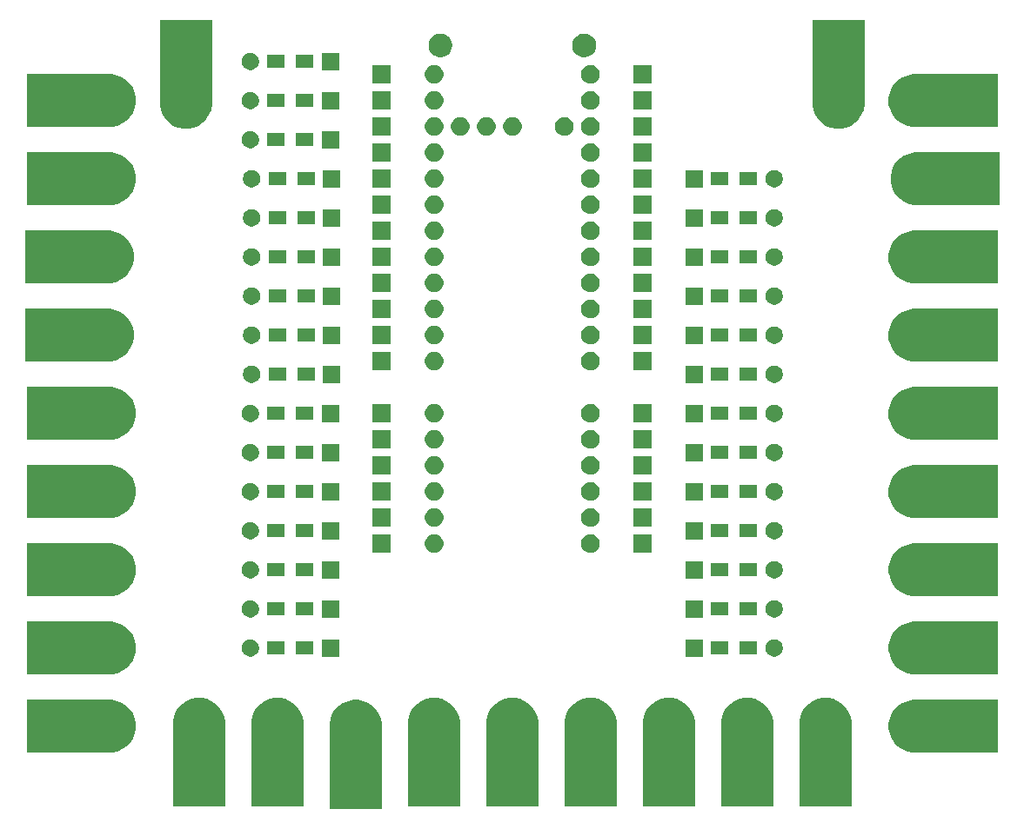
<source format=gbr>
G04 #@! TF.GenerationSoftware,KiCad,Pcbnew,(5.0.1-3-g963ef8bb5)*
G04 #@! TF.CreationDate,2019-02-13T00:25:30-08:00*
G04 #@! TF.ProjectId,midi-anything,6D6964692D616E797468696E672E6B69,rev?*
G04 #@! TF.SameCoordinates,Original*
G04 #@! TF.FileFunction,Soldermask,Bot*
G04 #@! TF.FilePolarity,Negative*
%FSLAX46Y46*%
G04 Gerber Fmt 4.6, Leading zero omitted, Abs format (unit mm)*
G04 Created by KiCad (PCBNEW (5.0.1-3-g963ef8bb5)) date Wednesday, February 13, 2019 at 12:25:30 AM*
%MOMM*%
%LPD*%
G01*
G04 APERTURE LIST*
%ADD10C,0.100000*%
G04 APERTURE END LIST*
D10*
G36*
X129014096Y-123277033D02*
X129014098Y-123277034D01*
X129014099Y-123277034D01*
X129478352Y-123469333D01*
X129894284Y-123747250D01*
X129896171Y-123748511D01*
X130251489Y-124103829D01*
X130251491Y-124103832D01*
X130530667Y-124521648D01*
X130722966Y-124985901D01*
X130722967Y-124985904D01*
X130821000Y-125478747D01*
X130821000Y-133781000D01*
X125719000Y-133781000D01*
X125719000Y-125478747D01*
X125817033Y-124985904D01*
X125817034Y-124985901D01*
X126009333Y-124521648D01*
X126288509Y-124103832D01*
X126288511Y-124103829D01*
X126643829Y-123748511D01*
X126645716Y-123747250D01*
X127061648Y-123469333D01*
X127525901Y-123277034D01*
X127525902Y-123277034D01*
X127525904Y-123277033D01*
X128018747Y-123179000D01*
X128521253Y-123179000D01*
X129014096Y-123277033D01*
X129014096Y-123277033D01*
G37*
G36*
X174734096Y-123087033D02*
X174734098Y-123087034D01*
X174734099Y-123087034D01*
X175198352Y-123279333D01*
X175482708Y-123469334D01*
X175616171Y-123558511D01*
X175971489Y-123913829D01*
X175971491Y-123913832D01*
X176250667Y-124331648D01*
X176329367Y-124521648D01*
X176442967Y-124795904D01*
X176541000Y-125288747D01*
X176541000Y-133591000D01*
X171439000Y-133591000D01*
X171439000Y-125288747D01*
X171537033Y-124795904D01*
X171650633Y-124521648D01*
X171729333Y-124331648D01*
X172008509Y-123913832D01*
X172008511Y-123913829D01*
X172363829Y-123558511D01*
X172497292Y-123469334D01*
X172781648Y-123279333D01*
X173245901Y-123087034D01*
X173245902Y-123087034D01*
X173245904Y-123087033D01*
X173738747Y-122989000D01*
X174241253Y-122989000D01*
X174734096Y-123087033D01*
X174734096Y-123087033D01*
G37*
G36*
X167114096Y-123087033D02*
X167114098Y-123087034D01*
X167114099Y-123087034D01*
X167578352Y-123279333D01*
X167862708Y-123469334D01*
X167996171Y-123558511D01*
X168351489Y-123913829D01*
X168351491Y-123913832D01*
X168630667Y-124331648D01*
X168709367Y-124521648D01*
X168822967Y-124795904D01*
X168921000Y-125288747D01*
X168921000Y-133591000D01*
X163819000Y-133591000D01*
X163819000Y-125288747D01*
X163917033Y-124795904D01*
X164030633Y-124521648D01*
X164109333Y-124331648D01*
X164388509Y-123913832D01*
X164388511Y-123913829D01*
X164743829Y-123558511D01*
X164877292Y-123469334D01*
X165161648Y-123279333D01*
X165625901Y-123087034D01*
X165625902Y-123087034D01*
X165625904Y-123087033D01*
X166118747Y-122989000D01*
X166621253Y-122989000D01*
X167114096Y-123087033D01*
X167114096Y-123087033D01*
G37*
G36*
X159494096Y-123087033D02*
X159494098Y-123087034D01*
X159494099Y-123087034D01*
X159958352Y-123279333D01*
X160242708Y-123469334D01*
X160376171Y-123558511D01*
X160731489Y-123913829D01*
X160731491Y-123913832D01*
X161010667Y-124331648D01*
X161089367Y-124521648D01*
X161202967Y-124795904D01*
X161301000Y-125288747D01*
X161301000Y-133591000D01*
X156199000Y-133591000D01*
X156199000Y-125288747D01*
X156297033Y-124795904D01*
X156410633Y-124521648D01*
X156489333Y-124331648D01*
X156768509Y-123913832D01*
X156768511Y-123913829D01*
X157123829Y-123558511D01*
X157257292Y-123469334D01*
X157541648Y-123279333D01*
X158005901Y-123087034D01*
X158005902Y-123087034D01*
X158005904Y-123087033D01*
X158498747Y-122989000D01*
X159001253Y-122989000D01*
X159494096Y-123087033D01*
X159494096Y-123087033D01*
G37*
G36*
X151874096Y-123087033D02*
X151874098Y-123087034D01*
X151874099Y-123087034D01*
X152338352Y-123279333D01*
X152622708Y-123469334D01*
X152756171Y-123558511D01*
X153111489Y-123913829D01*
X153111491Y-123913832D01*
X153390667Y-124331648D01*
X153469367Y-124521648D01*
X153582967Y-124795904D01*
X153681000Y-125288747D01*
X153681000Y-133591000D01*
X148579000Y-133591000D01*
X148579000Y-125288747D01*
X148677033Y-124795904D01*
X148790633Y-124521648D01*
X148869333Y-124331648D01*
X149148509Y-123913832D01*
X149148511Y-123913829D01*
X149503829Y-123558511D01*
X149637292Y-123469334D01*
X149921648Y-123279333D01*
X150385901Y-123087034D01*
X150385902Y-123087034D01*
X150385904Y-123087033D01*
X150878747Y-122989000D01*
X151381253Y-122989000D01*
X151874096Y-123087033D01*
X151874096Y-123087033D01*
G37*
G36*
X144254096Y-123087033D02*
X144254098Y-123087034D01*
X144254099Y-123087034D01*
X144718352Y-123279333D01*
X145002708Y-123469334D01*
X145136171Y-123558511D01*
X145491489Y-123913829D01*
X145491491Y-123913832D01*
X145770667Y-124331648D01*
X145849367Y-124521648D01*
X145962967Y-124795904D01*
X146061000Y-125288747D01*
X146061000Y-133591000D01*
X140959000Y-133591000D01*
X140959000Y-125288747D01*
X141057033Y-124795904D01*
X141170633Y-124521648D01*
X141249333Y-124331648D01*
X141528509Y-123913832D01*
X141528511Y-123913829D01*
X141883829Y-123558511D01*
X142017292Y-123469334D01*
X142301648Y-123279333D01*
X142765901Y-123087034D01*
X142765902Y-123087034D01*
X142765904Y-123087033D01*
X143258747Y-122989000D01*
X143761253Y-122989000D01*
X144254096Y-123087033D01*
X144254096Y-123087033D01*
G37*
G36*
X136634096Y-123087033D02*
X136634098Y-123087034D01*
X136634099Y-123087034D01*
X137098352Y-123279333D01*
X137382708Y-123469334D01*
X137516171Y-123558511D01*
X137871489Y-123913829D01*
X137871491Y-123913832D01*
X138150667Y-124331648D01*
X138229367Y-124521648D01*
X138342967Y-124795904D01*
X138441000Y-125288747D01*
X138441000Y-133591000D01*
X133339000Y-133591000D01*
X133339000Y-125288747D01*
X133437033Y-124795904D01*
X133550633Y-124521648D01*
X133629333Y-124331648D01*
X133908509Y-123913832D01*
X133908511Y-123913829D01*
X134263829Y-123558511D01*
X134397292Y-123469334D01*
X134681648Y-123279333D01*
X135145901Y-123087034D01*
X135145902Y-123087034D01*
X135145904Y-123087033D01*
X135638747Y-122989000D01*
X136141253Y-122989000D01*
X136634096Y-123087033D01*
X136634096Y-123087033D01*
G37*
G36*
X121394096Y-123087033D02*
X121394098Y-123087034D01*
X121394099Y-123087034D01*
X121858352Y-123279333D01*
X122142708Y-123469334D01*
X122276171Y-123558511D01*
X122631489Y-123913829D01*
X122631491Y-123913832D01*
X122910667Y-124331648D01*
X122989367Y-124521648D01*
X123102967Y-124795904D01*
X123201000Y-125288747D01*
X123201000Y-133591000D01*
X118099000Y-133591000D01*
X118099000Y-125288747D01*
X118197033Y-124795904D01*
X118310633Y-124521648D01*
X118389333Y-124331648D01*
X118668509Y-123913832D01*
X118668511Y-123913829D01*
X119023829Y-123558511D01*
X119157292Y-123469334D01*
X119441648Y-123279333D01*
X119905901Y-123087034D01*
X119905902Y-123087034D01*
X119905904Y-123087033D01*
X120398747Y-122989000D01*
X120901253Y-122989000D01*
X121394096Y-123087033D01*
X121394096Y-123087033D01*
G37*
G36*
X113774096Y-123087033D02*
X113774098Y-123087034D01*
X113774099Y-123087034D01*
X114238352Y-123279333D01*
X114522708Y-123469334D01*
X114656171Y-123558511D01*
X115011489Y-123913829D01*
X115011491Y-123913832D01*
X115290667Y-124331648D01*
X115369367Y-124521648D01*
X115482967Y-124795904D01*
X115581000Y-125288747D01*
X115581000Y-133591000D01*
X110479000Y-133591000D01*
X110479000Y-125288747D01*
X110577033Y-124795904D01*
X110690633Y-124521648D01*
X110769333Y-124331648D01*
X111048509Y-123913832D01*
X111048511Y-123913829D01*
X111403829Y-123558511D01*
X111537292Y-123469334D01*
X111821648Y-123279333D01*
X112285901Y-123087034D01*
X112285902Y-123087034D01*
X112285904Y-123087033D01*
X112778747Y-122989000D01*
X113281253Y-122989000D01*
X113774096Y-123087033D01*
X113774096Y-123087033D01*
G37*
G36*
X105074096Y-123277033D02*
X105074098Y-123277034D01*
X105074099Y-123277034D01*
X105538352Y-123469333D01*
X105954284Y-123747250D01*
X105956171Y-123748511D01*
X106311489Y-124103829D01*
X106311491Y-124103832D01*
X106590667Y-124521648D01*
X106782966Y-124985901D01*
X106782967Y-124985904D01*
X106881000Y-125478747D01*
X106881000Y-125981252D01*
X106782966Y-126474099D01*
X106590667Y-126938352D01*
X106438445Y-127166168D01*
X106311489Y-127356171D01*
X105956171Y-127711489D01*
X105956168Y-127711491D01*
X105538352Y-127990667D01*
X105074099Y-128182966D01*
X105074098Y-128182966D01*
X105074096Y-128182967D01*
X104581253Y-128281000D01*
X96279000Y-128281000D01*
X96279000Y-123179000D01*
X104581253Y-123179000D01*
X105074096Y-123277033D01*
X105074096Y-123277033D01*
G37*
G36*
X190741000Y-128281000D02*
X182438747Y-128281000D01*
X181945904Y-128182967D01*
X181945902Y-128182966D01*
X181945901Y-128182966D01*
X181481648Y-127990667D01*
X181063832Y-127711491D01*
X181063829Y-127711489D01*
X180708511Y-127356171D01*
X180581555Y-127166168D01*
X180429333Y-126938352D01*
X180237034Y-126474099D01*
X180139000Y-125981252D01*
X180139000Y-125478747D01*
X180237033Y-124985904D01*
X180237034Y-124985901D01*
X180429333Y-124521648D01*
X180708509Y-124103832D01*
X180708511Y-124103829D01*
X181063829Y-123748511D01*
X181065716Y-123747250D01*
X181481648Y-123469333D01*
X181945901Y-123277034D01*
X181945902Y-123277034D01*
X181945904Y-123277033D01*
X182438747Y-123179000D01*
X190741000Y-123179000D01*
X190741000Y-128281000D01*
X190741000Y-128281000D01*
G37*
G36*
X105074096Y-115657033D02*
X105074098Y-115657034D01*
X105074099Y-115657034D01*
X105538352Y-115849333D01*
X105954284Y-116127250D01*
X105956171Y-116128511D01*
X106311489Y-116483829D01*
X106311491Y-116483832D01*
X106590667Y-116901648D01*
X106778804Y-117355853D01*
X106782967Y-117365904D01*
X106881000Y-117858747D01*
X106881000Y-118361253D01*
X106850796Y-118513100D01*
X106782966Y-118854099D01*
X106590667Y-119318352D01*
X106312750Y-119734284D01*
X106311489Y-119736171D01*
X105956171Y-120091489D01*
X105956168Y-120091491D01*
X105538352Y-120370667D01*
X105074099Y-120562966D01*
X105074098Y-120562966D01*
X105074096Y-120562967D01*
X104581253Y-120661000D01*
X96279000Y-120661000D01*
X96279000Y-115559000D01*
X104581253Y-115559000D01*
X105074096Y-115657033D01*
X105074096Y-115657033D01*
G37*
G36*
X190741000Y-120661000D02*
X182438747Y-120661000D01*
X181945904Y-120562967D01*
X181945902Y-120562966D01*
X181945901Y-120562966D01*
X181481648Y-120370667D01*
X181063832Y-120091491D01*
X181063829Y-120091489D01*
X180708511Y-119736171D01*
X180707250Y-119734284D01*
X180429333Y-119318352D01*
X180237034Y-118854099D01*
X180169205Y-118513100D01*
X180139000Y-118361253D01*
X180139000Y-117858747D01*
X180237033Y-117365904D01*
X180241196Y-117355853D01*
X180429333Y-116901648D01*
X180708509Y-116483832D01*
X180708511Y-116483829D01*
X181063829Y-116128511D01*
X181065716Y-116127250D01*
X181481648Y-115849333D01*
X181945901Y-115657034D01*
X181945902Y-115657034D01*
X181945904Y-115657033D01*
X182438747Y-115559000D01*
X190741000Y-115559000D01*
X190741000Y-120661000D01*
X190741000Y-120661000D01*
G37*
G36*
X169248228Y-117291703D02*
X169403100Y-117355853D01*
X169542481Y-117448985D01*
X169661015Y-117567519D01*
X169754147Y-117706900D01*
X169818297Y-117861772D01*
X169851000Y-118026184D01*
X169851000Y-118193816D01*
X169818297Y-118358228D01*
X169754147Y-118513100D01*
X169661015Y-118652481D01*
X169542481Y-118771015D01*
X169403100Y-118864147D01*
X169248228Y-118928297D01*
X169083816Y-118961000D01*
X168916184Y-118961000D01*
X168751772Y-118928297D01*
X168596900Y-118864147D01*
X168457519Y-118771015D01*
X168338985Y-118652481D01*
X168245853Y-118513100D01*
X168181703Y-118358228D01*
X168149000Y-118193816D01*
X168149000Y-118026184D01*
X168181703Y-117861772D01*
X168245853Y-117706900D01*
X168338985Y-117567519D01*
X168457519Y-117448985D01*
X168596900Y-117355853D01*
X168751772Y-117291703D01*
X168916184Y-117259000D01*
X169083816Y-117259000D01*
X169248228Y-117291703D01*
X169248228Y-117291703D01*
G37*
G36*
X162051000Y-118961000D02*
X160349000Y-118961000D01*
X160349000Y-117259000D01*
X162051000Y-117259000D01*
X162051000Y-118961000D01*
X162051000Y-118961000D01*
G37*
G36*
X126671000Y-118961000D02*
X124969000Y-118961000D01*
X124969000Y-117259000D01*
X126671000Y-117259000D01*
X126671000Y-118961000D01*
X126671000Y-118961000D01*
G37*
G36*
X118268228Y-117291703D02*
X118423100Y-117355853D01*
X118562481Y-117448985D01*
X118681015Y-117567519D01*
X118774147Y-117706900D01*
X118838297Y-117861772D01*
X118871000Y-118026184D01*
X118871000Y-118193816D01*
X118838297Y-118358228D01*
X118774147Y-118513100D01*
X118681015Y-118652481D01*
X118562481Y-118771015D01*
X118423100Y-118864147D01*
X118268228Y-118928297D01*
X118103816Y-118961000D01*
X117936184Y-118961000D01*
X117771772Y-118928297D01*
X117616900Y-118864147D01*
X117477519Y-118771015D01*
X117358985Y-118652481D01*
X117265853Y-118513100D01*
X117201703Y-118358228D01*
X117169000Y-118193816D01*
X117169000Y-118026184D01*
X117201703Y-117861772D01*
X117265853Y-117706900D01*
X117358985Y-117567519D01*
X117477519Y-117448985D01*
X117616900Y-117355853D01*
X117771772Y-117291703D01*
X117936184Y-117259000D01*
X118103816Y-117259000D01*
X118268228Y-117291703D01*
X118268228Y-117291703D01*
G37*
G36*
X164551000Y-118761000D02*
X162849000Y-118761000D01*
X162849000Y-117459000D01*
X164551000Y-117459000D01*
X164551000Y-118761000D01*
X164551000Y-118761000D01*
G37*
G36*
X167351000Y-118761000D02*
X165649000Y-118761000D01*
X165649000Y-117459000D01*
X167351000Y-117459000D01*
X167351000Y-118761000D01*
X167351000Y-118761000D01*
G37*
G36*
X121371000Y-118761000D02*
X119669000Y-118761000D01*
X119669000Y-117459000D01*
X121371000Y-117459000D01*
X121371000Y-118761000D01*
X121371000Y-118761000D01*
G37*
G36*
X124171000Y-118761000D02*
X122469000Y-118761000D01*
X122469000Y-117459000D01*
X124171000Y-117459000D01*
X124171000Y-118761000D01*
X124171000Y-118761000D01*
G37*
G36*
X118268228Y-113481703D02*
X118423100Y-113545853D01*
X118562481Y-113638985D01*
X118681015Y-113757519D01*
X118774147Y-113896900D01*
X118838297Y-114051772D01*
X118871000Y-114216184D01*
X118871000Y-114383816D01*
X118838297Y-114548228D01*
X118774147Y-114703100D01*
X118681015Y-114842481D01*
X118562481Y-114961015D01*
X118423100Y-115054147D01*
X118268228Y-115118297D01*
X118103816Y-115151000D01*
X117936184Y-115151000D01*
X117771772Y-115118297D01*
X117616900Y-115054147D01*
X117477519Y-114961015D01*
X117358985Y-114842481D01*
X117265853Y-114703100D01*
X117201703Y-114548228D01*
X117169000Y-114383816D01*
X117169000Y-114216184D01*
X117201703Y-114051772D01*
X117265853Y-113896900D01*
X117358985Y-113757519D01*
X117477519Y-113638985D01*
X117616900Y-113545853D01*
X117771772Y-113481703D01*
X117936184Y-113449000D01*
X118103816Y-113449000D01*
X118268228Y-113481703D01*
X118268228Y-113481703D01*
G37*
G36*
X126671000Y-115151000D02*
X124969000Y-115151000D01*
X124969000Y-113449000D01*
X126671000Y-113449000D01*
X126671000Y-115151000D01*
X126671000Y-115151000D01*
G37*
G36*
X162051000Y-115151000D02*
X160349000Y-115151000D01*
X160349000Y-113449000D01*
X162051000Y-113449000D01*
X162051000Y-115151000D01*
X162051000Y-115151000D01*
G37*
G36*
X169248228Y-113481703D02*
X169403100Y-113545853D01*
X169542481Y-113638985D01*
X169661015Y-113757519D01*
X169754147Y-113896900D01*
X169818297Y-114051772D01*
X169851000Y-114216184D01*
X169851000Y-114383816D01*
X169818297Y-114548228D01*
X169754147Y-114703100D01*
X169661015Y-114842481D01*
X169542481Y-114961015D01*
X169403100Y-115054147D01*
X169248228Y-115118297D01*
X169083816Y-115151000D01*
X168916184Y-115151000D01*
X168751772Y-115118297D01*
X168596900Y-115054147D01*
X168457519Y-114961015D01*
X168338985Y-114842481D01*
X168245853Y-114703100D01*
X168181703Y-114548228D01*
X168149000Y-114383816D01*
X168149000Y-114216184D01*
X168181703Y-114051772D01*
X168245853Y-113896900D01*
X168338985Y-113757519D01*
X168457519Y-113638985D01*
X168596900Y-113545853D01*
X168751772Y-113481703D01*
X168916184Y-113449000D01*
X169083816Y-113449000D01*
X169248228Y-113481703D01*
X169248228Y-113481703D01*
G37*
G36*
X121371000Y-114951000D02*
X119669000Y-114951000D01*
X119669000Y-113649000D01*
X121371000Y-113649000D01*
X121371000Y-114951000D01*
X121371000Y-114951000D01*
G37*
G36*
X124171000Y-114951000D02*
X122469000Y-114951000D01*
X122469000Y-113649000D01*
X124171000Y-113649000D01*
X124171000Y-114951000D01*
X124171000Y-114951000D01*
G37*
G36*
X164551000Y-114951000D02*
X162849000Y-114951000D01*
X162849000Y-113649000D01*
X164551000Y-113649000D01*
X164551000Y-114951000D01*
X164551000Y-114951000D01*
G37*
G36*
X167351000Y-114951000D02*
X165649000Y-114951000D01*
X165649000Y-113649000D01*
X167351000Y-113649000D01*
X167351000Y-114951000D01*
X167351000Y-114951000D01*
G37*
G36*
X105074096Y-108037033D02*
X105074098Y-108037034D01*
X105074099Y-108037034D01*
X105538352Y-108229333D01*
X105954284Y-108507250D01*
X105956171Y-108508511D01*
X106311489Y-108863829D01*
X106311491Y-108863832D01*
X106590667Y-109281648D01*
X106778804Y-109735853D01*
X106782967Y-109745904D01*
X106881000Y-110238747D01*
X106881000Y-110741253D01*
X106850796Y-110893100D01*
X106782966Y-111234099D01*
X106590667Y-111698352D01*
X106312750Y-112114284D01*
X106311489Y-112116171D01*
X105956171Y-112471489D01*
X105956168Y-112471491D01*
X105538352Y-112750667D01*
X105074099Y-112942966D01*
X105074098Y-112942966D01*
X105074096Y-112942967D01*
X104581253Y-113041000D01*
X96279000Y-113041000D01*
X96279000Y-107939000D01*
X104581253Y-107939000D01*
X105074096Y-108037033D01*
X105074096Y-108037033D01*
G37*
G36*
X190741000Y-113041000D02*
X182438747Y-113041000D01*
X181945904Y-112942967D01*
X181945902Y-112942966D01*
X181945901Y-112942966D01*
X181481648Y-112750667D01*
X181063832Y-112471491D01*
X181063829Y-112471489D01*
X180708511Y-112116171D01*
X180707250Y-112114284D01*
X180429333Y-111698352D01*
X180237034Y-111234099D01*
X180169205Y-110893100D01*
X180139000Y-110741253D01*
X180139000Y-110238747D01*
X180237033Y-109745904D01*
X180241196Y-109735853D01*
X180429333Y-109281648D01*
X180708509Y-108863832D01*
X180708511Y-108863829D01*
X181063829Y-108508511D01*
X181065716Y-108507250D01*
X181481648Y-108229333D01*
X181945901Y-108037034D01*
X181945902Y-108037034D01*
X181945904Y-108037033D01*
X182438747Y-107939000D01*
X190741000Y-107939000D01*
X190741000Y-113041000D01*
X190741000Y-113041000D01*
G37*
G36*
X118268228Y-109671703D02*
X118423100Y-109735853D01*
X118562481Y-109828985D01*
X118681015Y-109947519D01*
X118774147Y-110086900D01*
X118838297Y-110241772D01*
X118871000Y-110406184D01*
X118871000Y-110573816D01*
X118838297Y-110738228D01*
X118774147Y-110893100D01*
X118681015Y-111032481D01*
X118562481Y-111151015D01*
X118423100Y-111244147D01*
X118268228Y-111308297D01*
X118103816Y-111341000D01*
X117936184Y-111341000D01*
X117771772Y-111308297D01*
X117616900Y-111244147D01*
X117477519Y-111151015D01*
X117358985Y-111032481D01*
X117265853Y-110893100D01*
X117201703Y-110738228D01*
X117169000Y-110573816D01*
X117169000Y-110406184D01*
X117201703Y-110241772D01*
X117265853Y-110086900D01*
X117358985Y-109947519D01*
X117477519Y-109828985D01*
X117616900Y-109735853D01*
X117771772Y-109671703D01*
X117936184Y-109639000D01*
X118103816Y-109639000D01*
X118268228Y-109671703D01*
X118268228Y-109671703D01*
G37*
G36*
X169248228Y-109671703D02*
X169403100Y-109735853D01*
X169542481Y-109828985D01*
X169661015Y-109947519D01*
X169754147Y-110086900D01*
X169818297Y-110241772D01*
X169851000Y-110406184D01*
X169851000Y-110573816D01*
X169818297Y-110738228D01*
X169754147Y-110893100D01*
X169661015Y-111032481D01*
X169542481Y-111151015D01*
X169403100Y-111244147D01*
X169248228Y-111308297D01*
X169083816Y-111341000D01*
X168916184Y-111341000D01*
X168751772Y-111308297D01*
X168596900Y-111244147D01*
X168457519Y-111151015D01*
X168338985Y-111032481D01*
X168245853Y-110893100D01*
X168181703Y-110738228D01*
X168149000Y-110573816D01*
X168149000Y-110406184D01*
X168181703Y-110241772D01*
X168245853Y-110086900D01*
X168338985Y-109947519D01*
X168457519Y-109828985D01*
X168596900Y-109735853D01*
X168751772Y-109671703D01*
X168916184Y-109639000D01*
X169083816Y-109639000D01*
X169248228Y-109671703D01*
X169248228Y-109671703D01*
G37*
G36*
X162051000Y-111341000D02*
X160349000Y-111341000D01*
X160349000Y-109639000D01*
X162051000Y-109639000D01*
X162051000Y-111341000D01*
X162051000Y-111341000D01*
G37*
G36*
X126671000Y-111341000D02*
X124969000Y-111341000D01*
X124969000Y-109639000D01*
X126671000Y-109639000D01*
X126671000Y-111341000D01*
X126671000Y-111341000D01*
G37*
G36*
X164551000Y-111141000D02*
X162849000Y-111141000D01*
X162849000Y-109839000D01*
X164551000Y-109839000D01*
X164551000Y-111141000D01*
X164551000Y-111141000D01*
G37*
G36*
X167351000Y-111141000D02*
X165649000Y-111141000D01*
X165649000Y-109839000D01*
X167351000Y-109839000D01*
X167351000Y-111141000D01*
X167351000Y-111141000D01*
G37*
G36*
X124171000Y-111141000D02*
X122469000Y-111141000D01*
X122469000Y-109839000D01*
X124171000Y-109839000D01*
X124171000Y-111141000D01*
X124171000Y-111141000D01*
G37*
G36*
X121371000Y-111141000D02*
X119669000Y-111141000D01*
X119669000Y-109839000D01*
X121371000Y-109839000D01*
X121371000Y-111141000D01*
X121371000Y-111141000D01*
G37*
G36*
X131711000Y-108851000D02*
X129909000Y-108851000D01*
X129909000Y-107049000D01*
X131711000Y-107049000D01*
X131711000Y-108851000D01*
X131711000Y-108851000D01*
G37*
G36*
X157111000Y-108851000D02*
X155309000Y-108851000D01*
X155309000Y-107049000D01*
X157111000Y-107049000D01*
X157111000Y-108851000D01*
X157111000Y-108851000D01*
G37*
G36*
X136172812Y-107073624D02*
X136336784Y-107141544D01*
X136484354Y-107240147D01*
X136609853Y-107365646D01*
X136708456Y-107513216D01*
X136776376Y-107677188D01*
X136811000Y-107851259D01*
X136811000Y-108028741D01*
X136776376Y-108202812D01*
X136708456Y-108366784D01*
X136609853Y-108514354D01*
X136484354Y-108639853D01*
X136336784Y-108738456D01*
X136172812Y-108806376D01*
X135998741Y-108841000D01*
X135821259Y-108841000D01*
X135647188Y-108806376D01*
X135483216Y-108738456D01*
X135335646Y-108639853D01*
X135210147Y-108514354D01*
X135111544Y-108366784D01*
X135043624Y-108202812D01*
X135009000Y-108028741D01*
X135009000Y-107851259D01*
X135043624Y-107677188D01*
X135111544Y-107513216D01*
X135210147Y-107365646D01*
X135335646Y-107240147D01*
X135483216Y-107141544D01*
X135647188Y-107073624D01*
X135821259Y-107039000D01*
X135998741Y-107039000D01*
X136172812Y-107073624D01*
X136172812Y-107073624D01*
G37*
G36*
X151387812Y-107073624D02*
X151551784Y-107141544D01*
X151699354Y-107240147D01*
X151824853Y-107365646D01*
X151923456Y-107513216D01*
X151991376Y-107677188D01*
X152026000Y-107851259D01*
X152026000Y-108028741D01*
X151991376Y-108202812D01*
X151923456Y-108366784D01*
X151824853Y-108514354D01*
X151699354Y-108639853D01*
X151551784Y-108738456D01*
X151387812Y-108806376D01*
X151213741Y-108841000D01*
X151036259Y-108841000D01*
X150862188Y-108806376D01*
X150698216Y-108738456D01*
X150550646Y-108639853D01*
X150425147Y-108514354D01*
X150326544Y-108366784D01*
X150258624Y-108202812D01*
X150224000Y-108028741D01*
X150224000Y-107851259D01*
X150258624Y-107677188D01*
X150326544Y-107513216D01*
X150425147Y-107365646D01*
X150550646Y-107240147D01*
X150698216Y-107141544D01*
X150862188Y-107073624D01*
X151036259Y-107039000D01*
X151213741Y-107039000D01*
X151387812Y-107073624D01*
X151387812Y-107073624D01*
G37*
G36*
X162051000Y-107531000D02*
X160349000Y-107531000D01*
X160349000Y-105829000D01*
X162051000Y-105829000D01*
X162051000Y-107531000D01*
X162051000Y-107531000D01*
G37*
G36*
X118268228Y-105861703D02*
X118423100Y-105925853D01*
X118562481Y-106018985D01*
X118681015Y-106137519D01*
X118774147Y-106276900D01*
X118838297Y-106431772D01*
X118871000Y-106596184D01*
X118871000Y-106763816D01*
X118838297Y-106928228D01*
X118774147Y-107083100D01*
X118681015Y-107222481D01*
X118562481Y-107341015D01*
X118423100Y-107434147D01*
X118268228Y-107498297D01*
X118103816Y-107531000D01*
X117936184Y-107531000D01*
X117771772Y-107498297D01*
X117616900Y-107434147D01*
X117477519Y-107341015D01*
X117358985Y-107222481D01*
X117265853Y-107083100D01*
X117201703Y-106928228D01*
X117169000Y-106763816D01*
X117169000Y-106596184D01*
X117201703Y-106431772D01*
X117265853Y-106276900D01*
X117358985Y-106137519D01*
X117477519Y-106018985D01*
X117616900Y-105925853D01*
X117771772Y-105861703D01*
X117936184Y-105829000D01*
X118103816Y-105829000D01*
X118268228Y-105861703D01*
X118268228Y-105861703D01*
G37*
G36*
X126671000Y-107531000D02*
X124969000Y-107531000D01*
X124969000Y-105829000D01*
X126671000Y-105829000D01*
X126671000Y-107531000D01*
X126671000Y-107531000D01*
G37*
G36*
X169248228Y-105861703D02*
X169403100Y-105925853D01*
X169542481Y-106018985D01*
X169661015Y-106137519D01*
X169754147Y-106276900D01*
X169818297Y-106431772D01*
X169851000Y-106596184D01*
X169851000Y-106763816D01*
X169818297Y-106928228D01*
X169754147Y-107083100D01*
X169661015Y-107222481D01*
X169542481Y-107341015D01*
X169403100Y-107434147D01*
X169248228Y-107498297D01*
X169083816Y-107531000D01*
X168916184Y-107531000D01*
X168751772Y-107498297D01*
X168596900Y-107434147D01*
X168457519Y-107341015D01*
X168338985Y-107222481D01*
X168245853Y-107083100D01*
X168181703Y-106928228D01*
X168149000Y-106763816D01*
X168149000Y-106596184D01*
X168181703Y-106431772D01*
X168245853Y-106276900D01*
X168338985Y-106137519D01*
X168457519Y-106018985D01*
X168596900Y-105925853D01*
X168751772Y-105861703D01*
X168916184Y-105829000D01*
X169083816Y-105829000D01*
X169248228Y-105861703D01*
X169248228Y-105861703D01*
G37*
G36*
X124171000Y-107331000D02*
X122469000Y-107331000D01*
X122469000Y-106029000D01*
X124171000Y-106029000D01*
X124171000Y-107331000D01*
X124171000Y-107331000D01*
G37*
G36*
X167351000Y-107331000D02*
X165649000Y-107331000D01*
X165649000Y-106029000D01*
X167351000Y-106029000D01*
X167351000Y-107331000D01*
X167351000Y-107331000D01*
G37*
G36*
X121371000Y-107331000D02*
X119669000Y-107331000D01*
X119669000Y-106029000D01*
X121371000Y-106029000D01*
X121371000Y-107331000D01*
X121371000Y-107331000D01*
G37*
G36*
X164551000Y-107331000D02*
X162849000Y-107331000D01*
X162849000Y-106029000D01*
X164551000Y-106029000D01*
X164551000Y-107331000D01*
X164551000Y-107331000D01*
G37*
G36*
X157111000Y-106311000D02*
X155309000Y-106311000D01*
X155309000Y-104509000D01*
X157111000Y-104509000D01*
X157111000Y-106311000D01*
X157111000Y-106311000D01*
G37*
G36*
X131711000Y-106311000D02*
X129909000Y-106311000D01*
X129909000Y-104509000D01*
X131711000Y-104509000D01*
X131711000Y-106311000D01*
X131711000Y-106311000D01*
G37*
G36*
X151387812Y-104533624D02*
X151551784Y-104601544D01*
X151699354Y-104700147D01*
X151824853Y-104825646D01*
X151923456Y-104973216D01*
X151991376Y-105137188D01*
X152026000Y-105311259D01*
X152026000Y-105488741D01*
X151991376Y-105662812D01*
X151923456Y-105826784D01*
X151824853Y-105974354D01*
X151699354Y-106099853D01*
X151551784Y-106198456D01*
X151387812Y-106266376D01*
X151213741Y-106301000D01*
X151036259Y-106301000D01*
X150862188Y-106266376D01*
X150698216Y-106198456D01*
X150550646Y-106099853D01*
X150425147Y-105974354D01*
X150326544Y-105826784D01*
X150258624Y-105662812D01*
X150224000Y-105488741D01*
X150224000Y-105311259D01*
X150258624Y-105137188D01*
X150326544Y-104973216D01*
X150425147Y-104825646D01*
X150550646Y-104700147D01*
X150698216Y-104601544D01*
X150862188Y-104533624D01*
X151036259Y-104499000D01*
X151213741Y-104499000D01*
X151387812Y-104533624D01*
X151387812Y-104533624D01*
G37*
G36*
X136172812Y-104533624D02*
X136336784Y-104601544D01*
X136484354Y-104700147D01*
X136609853Y-104825646D01*
X136708456Y-104973216D01*
X136776376Y-105137188D01*
X136811000Y-105311259D01*
X136811000Y-105488741D01*
X136776376Y-105662812D01*
X136708456Y-105826784D01*
X136609853Y-105974354D01*
X136484354Y-106099853D01*
X136336784Y-106198456D01*
X136172812Y-106266376D01*
X135998741Y-106301000D01*
X135821259Y-106301000D01*
X135647188Y-106266376D01*
X135483216Y-106198456D01*
X135335646Y-106099853D01*
X135210147Y-105974354D01*
X135111544Y-105826784D01*
X135043624Y-105662812D01*
X135009000Y-105488741D01*
X135009000Y-105311259D01*
X135043624Y-105137188D01*
X135111544Y-104973216D01*
X135210147Y-104825646D01*
X135335646Y-104700147D01*
X135483216Y-104601544D01*
X135647188Y-104533624D01*
X135821259Y-104499000D01*
X135998741Y-104499000D01*
X136172812Y-104533624D01*
X136172812Y-104533624D01*
G37*
G36*
X105074096Y-100417033D02*
X105074098Y-100417034D01*
X105074099Y-100417034D01*
X105538352Y-100609333D01*
X105954284Y-100887250D01*
X105956171Y-100888511D01*
X106311489Y-101243829D01*
X106311491Y-101243832D01*
X106590667Y-101661648D01*
X106778804Y-102115853D01*
X106782967Y-102125904D01*
X106881000Y-102618747D01*
X106881000Y-103121253D01*
X106793757Y-103559853D01*
X106782966Y-103614099D01*
X106590667Y-104078352D01*
X106312750Y-104494284D01*
X106311489Y-104496171D01*
X105956171Y-104851489D01*
X105956168Y-104851491D01*
X105538352Y-105130667D01*
X105074099Y-105322966D01*
X105074098Y-105322966D01*
X105074096Y-105322967D01*
X104581253Y-105421000D01*
X96279000Y-105421000D01*
X96279000Y-100319000D01*
X104581253Y-100319000D01*
X105074096Y-100417033D01*
X105074096Y-100417033D01*
G37*
G36*
X190741000Y-105421000D02*
X182438747Y-105421000D01*
X181945904Y-105322967D01*
X181945902Y-105322966D01*
X181945901Y-105322966D01*
X181481648Y-105130667D01*
X181063832Y-104851491D01*
X181063829Y-104851489D01*
X180708511Y-104496171D01*
X180707250Y-104494284D01*
X180429333Y-104078352D01*
X180237034Y-103614099D01*
X180226244Y-103559853D01*
X180139000Y-103121253D01*
X180139000Y-102618747D01*
X180237033Y-102125904D01*
X180241196Y-102115853D01*
X180429333Y-101661648D01*
X180708509Y-101243832D01*
X180708511Y-101243829D01*
X181063829Y-100888511D01*
X181065716Y-100887250D01*
X181481648Y-100609333D01*
X181945901Y-100417034D01*
X181945902Y-100417034D01*
X181945904Y-100417033D01*
X182438747Y-100319000D01*
X190741000Y-100319000D01*
X190741000Y-105421000D01*
X190741000Y-105421000D01*
G37*
G36*
X157111000Y-103771000D02*
X155309000Y-103771000D01*
X155309000Y-101969000D01*
X157111000Y-101969000D01*
X157111000Y-103771000D01*
X157111000Y-103771000D01*
G37*
G36*
X131711000Y-103771000D02*
X129909000Y-103771000D01*
X129909000Y-101969000D01*
X131711000Y-101969000D01*
X131711000Y-103771000D01*
X131711000Y-103771000D01*
G37*
G36*
X151387812Y-101993624D02*
X151551784Y-102061544D01*
X151699354Y-102160147D01*
X151824853Y-102285646D01*
X151923456Y-102433216D01*
X151991376Y-102597188D01*
X152026000Y-102771259D01*
X152026000Y-102948741D01*
X151991376Y-103122812D01*
X151923456Y-103286784D01*
X151824853Y-103434354D01*
X151699354Y-103559853D01*
X151551784Y-103658456D01*
X151387812Y-103726376D01*
X151213741Y-103761000D01*
X151036259Y-103761000D01*
X150862188Y-103726376D01*
X150698216Y-103658456D01*
X150550646Y-103559853D01*
X150425147Y-103434354D01*
X150326544Y-103286784D01*
X150258624Y-103122812D01*
X150224000Y-102948741D01*
X150224000Y-102771259D01*
X150258624Y-102597188D01*
X150326544Y-102433216D01*
X150425147Y-102285646D01*
X150550646Y-102160147D01*
X150698216Y-102061544D01*
X150862188Y-101993624D01*
X151036259Y-101959000D01*
X151213741Y-101959000D01*
X151387812Y-101993624D01*
X151387812Y-101993624D01*
G37*
G36*
X136172812Y-101993624D02*
X136336784Y-102061544D01*
X136484354Y-102160147D01*
X136609853Y-102285646D01*
X136708456Y-102433216D01*
X136776376Y-102597188D01*
X136811000Y-102771259D01*
X136811000Y-102948741D01*
X136776376Y-103122812D01*
X136708456Y-103286784D01*
X136609853Y-103434354D01*
X136484354Y-103559853D01*
X136336784Y-103658456D01*
X136172812Y-103726376D01*
X135998741Y-103761000D01*
X135821259Y-103761000D01*
X135647188Y-103726376D01*
X135483216Y-103658456D01*
X135335646Y-103559853D01*
X135210147Y-103434354D01*
X135111544Y-103286784D01*
X135043624Y-103122812D01*
X135009000Y-102948741D01*
X135009000Y-102771259D01*
X135043624Y-102597188D01*
X135111544Y-102433216D01*
X135210147Y-102285646D01*
X135335646Y-102160147D01*
X135483216Y-102061544D01*
X135647188Y-101993624D01*
X135821259Y-101959000D01*
X135998741Y-101959000D01*
X136172812Y-101993624D01*
X136172812Y-101993624D01*
G37*
G36*
X126671000Y-103721000D02*
X124969000Y-103721000D01*
X124969000Y-102019000D01*
X126671000Y-102019000D01*
X126671000Y-103721000D01*
X126671000Y-103721000D01*
G37*
G36*
X118268228Y-102051703D02*
X118423100Y-102115853D01*
X118562481Y-102208985D01*
X118681015Y-102327519D01*
X118774147Y-102466900D01*
X118838297Y-102621772D01*
X118871000Y-102786184D01*
X118871000Y-102953816D01*
X118838297Y-103118228D01*
X118774147Y-103273100D01*
X118681015Y-103412481D01*
X118562481Y-103531015D01*
X118423100Y-103624147D01*
X118268228Y-103688297D01*
X118103816Y-103721000D01*
X117936184Y-103721000D01*
X117771772Y-103688297D01*
X117616900Y-103624147D01*
X117477519Y-103531015D01*
X117358985Y-103412481D01*
X117265853Y-103273100D01*
X117201703Y-103118228D01*
X117169000Y-102953816D01*
X117169000Y-102786184D01*
X117201703Y-102621772D01*
X117265853Y-102466900D01*
X117358985Y-102327519D01*
X117477519Y-102208985D01*
X117616900Y-102115853D01*
X117771772Y-102051703D01*
X117936184Y-102019000D01*
X118103816Y-102019000D01*
X118268228Y-102051703D01*
X118268228Y-102051703D01*
G37*
G36*
X169248228Y-102051703D02*
X169403100Y-102115853D01*
X169542481Y-102208985D01*
X169661015Y-102327519D01*
X169754147Y-102466900D01*
X169818297Y-102621772D01*
X169851000Y-102786184D01*
X169851000Y-102953816D01*
X169818297Y-103118228D01*
X169754147Y-103273100D01*
X169661015Y-103412481D01*
X169542481Y-103531015D01*
X169403100Y-103624147D01*
X169248228Y-103688297D01*
X169083816Y-103721000D01*
X168916184Y-103721000D01*
X168751772Y-103688297D01*
X168596900Y-103624147D01*
X168457519Y-103531015D01*
X168338985Y-103412481D01*
X168245853Y-103273100D01*
X168181703Y-103118228D01*
X168149000Y-102953816D01*
X168149000Y-102786184D01*
X168181703Y-102621772D01*
X168245853Y-102466900D01*
X168338985Y-102327519D01*
X168457519Y-102208985D01*
X168596900Y-102115853D01*
X168751772Y-102051703D01*
X168916184Y-102019000D01*
X169083816Y-102019000D01*
X169248228Y-102051703D01*
X169248228Y-102051703D01*
G37*
G36*
X162051000Y-103721000D02*
X160349000Y-103721000D01*
X160349000Y-102019000D01*
X162051000Y-102019000D01*
X162051000Y-103721000D01*
X162051000Y-103721000D01*
G37*
G36*
X164551000Y-103521000D02*
X162849000Y-103521000D01*
X162849000Y-102219000D01*
X164551000Y-102219000D01*
X164551000Y-103521000D01*
X164551000Y-103521000D01*
G37*
G36*
X121371000Y-103521000D02*
X119669000Y-103521000D01*
X119669000Y-102219000D01*
X121371000Y-102219000D01*
X121371000Y-103521000D01*
X121371000Y-103521000D01*
G37*
G36*
X167351000Y-103521000D02*
X165649000Y-103521000D01*
X165649000Y-102219000D01*
X167351000Y-102219000D01*
X167351000Y-103521000D01*
X167351000Y-103521000D01*
G37*
G36*
X124171000Y-103521000D02*
X122469000Y-103521000D01*
X122469000Y-102219000D01*
X124171000Y-102219000D01*
X124171000Y-103521000D01*
X124171000Y-103521000D01*
G37*
G36*
X131711000Y-101231000D02*
X129909000Y-101231000D01*
X129909000Y-99429000D01*
X131711000Y-99429000D01*
X131711000Y-101231000D01*
X131711000Y-101231000D01*
G37*
G36*
X157111000Y-101231000D02*
X155309000Y-101231000D01*
X155309000Y-99429000D01*
X157111000Y-99429000D01*
X157111000Y-101231000D01*
X157111000Y-101231000D01*
G37*
G36*
X136172812Y-99453624D02*
X136336784Y-99521544D01*
X136484354Y-99620147D01*
X136609853Y-99745646D01*
X136708456Y-99893216D01*
X136776376Y-100057188D01*
X136811000Y-100231259D01*
X136811000Y-100408741D01*
X136776376Y-100582812D01*
X136708456Y-100746784D01*
X136609853Y-100894354D01*
X136484354Y-101019853D01*
X136336784Y-101118456D01*
X136172812Y-101186376D01*
X135998741Y-101221000D01*
X135821259Y-101221000D01*
X135647188Y-101186376D01*
X135483216Y-101118456D01*
X135335646Y-101019853D01*
X135210147Y-100894354D01*
X135111544Y-100746784D01*
X135043624Y-100582812D01*
X135009000Y-100408741D01*
X135009000Y-100231259D01*
X135043624Y-100057188D01*
X135111544Y-99893216D01*
X135210147Y-99745646D01*
X135335646Y-99620147D01*
X135483216Y-99521544D01*
X135647188Y-99453624D01*
X135821259Y-99419000D01*
X135998741Y-99419000D01*
X136172812Y-99453624D01*
X136172812Y-99453624D01*
G37*
G36*
X151387812Y-99453624D02*
X151551784Y-99521544D01*
X151699354Y-99620147D01*
X151824853Y-99745646D01*
X151923456Y-99893216D01*
X151991376Y-100057188D01*
X152026000Y-100231259D01*
X152026000Y-100408741D01*
X151991376Y-100582812D01*
X151923456Y-100746784D01*
X151824853Y-100894354D01*
X151699354Y-101019853D01*
X151551784Y-101118456D01*
X151387812Y-101186376D01*
X151213741Y-101221000D01*
X151036259Y-101221000D01*
X150862188Y-101186376D01*
X150698216Y-101118456D01*
X150550646Y-101019853D01*
X150425147Y-100894354D01*
X150326544Y-100746784D01*
X150258624Y-100582812D01*
X150224000Y-100408741D01*
X150224000Y-100231259D01*
X150258624Y-100057188D01*
X150326544Y-99893216D01*
X150425147Y-99745646D01*
X150550646Y-99620147D01*
X150698216Y-99521544D01*
X150862188Y-99453624D01*
X151036259Y-99419000D01*
X151213741Y-99419000D01*
X151387812Y-99453624D01*
X151387812Y-99453624D01*
G37*
G36*
X162051000Y-99911000D02*
X160349000Y-99911000D01*
X160349000Y-98209000D01*
X162051000Y-98209000D01*
X162051000Y-99911000D01*
X162051000Y-99911000D01*
G37*
G36*
X169248228Y-98241703D02*
X169403100Y-98305853D01*
X169542481Y-98398985D01*
X169661015Y-98517519D01*
X169754147Y-98656900D01*
X169818297Y-98811772D01*
X169851000Y-98976184D01*
X169851000Y-99143816D01*
X169818297Y-99308228D01*
X169754147Y-99463100D01*
X169661015Y-99602481D01*
X169542481Y-99721015D01*
X169403100Y-99814147D01*
X169248228Y-99878297D01*
X169083816Y-99911000D01*
X168916184Y-99911000D01*
X168751772Y-99878297D01*
X168596900Y-99814147D01*
X168457519Y-99721015D01*
X168338985Y-99602481D01*
X168245853Y-99463100D01*
X168181703Y-99308228D01*
X168149000Y-99143816D01*
X168149000Y-98976184D01*
X168181703Y-98811772D01*
X168245853Y-98656900D01*
X168338985Y-98517519D01*
X168457519Y-98398985D01*
X168596900Y-98305853D01*
X168751772Y-98241703D01*
X168916184Y-98209000D01*
X169083816Y-98209000D01*
X169248228Y-98241703D01*
X169248228Y-98241703D01*
G37*
G36*
X126671000Y-99911000D02*
X124969000Y-99911000D01*
X124969000Y-98209000D01*
X126671000Y-98209000D01*
X126671000Y-99911000D01*
X126671000Y-99911000D01*
G37*
G36*
X118268228Y-98241703D02*
X118423100Y-98305853D01*
X118562481Y-98398985D01*
X118681015Y-98517519D01*
X118774147Y-98656900D01*
X118838297Y-98811772D01*
X118871000Y-98976184D01*
X118871000Y-99143816D01*
X118838297Y-99308228D01*
X118774147Y-99463100D01*
X118681015Y-99602481D01*
X118562481Y-99721015D01*
X118423100Y-99814147D01*
X118268228Y-99878297D01*
X118103816Y-99911000D01*
X117936184Y-99911000D01*
X117771772Y-99878297D01*
X117616900Y-99814147D01*
X117477519Y-99721015D01*
X117358985Y-99602481D01*
X117265853Y-99463100D01*
X117201703Y-99308228D01*
X117169000Y-99143816D01*
X117169000Y-98976184D01*
X117201703Y-98811772D01*
X117265853Y-98656900D01*
X117358985Y-98517519D01*
X117477519Y-98398985D01*
X117616900Y-98305853D01*
X117771772Y-98241703D01*
X117936184Y-98209000D01*
X118103816Y-98209000D01*
X118268228Y-98241703D01*
X118268228Y-98241703D01*
G37*
G36*
X121371000Y-99711000D02*
X119669000Y-99711000D01*
X119669000Y-98409000D01*
X121371000Y-98409000D01*
X121371000Y-99711000D01*
X121371000Y-99711000D01*
G37*
G36*
X124171000Y-99711000D02*
X122469000Y-99711000D01*
X122469000Y-98409000D01*
X124171000Y-98409000D01*
X124171000Y-99711000D01*
X124171000Y-99711000D01*
G37*
G36*
X167351000Y-99711000D02*
X165649000Y-99711000D01*
X165649000Y-98409000D01*
X167351000Y-98409000D01*
X167351000Y-99711000D01*
X167351000Y-99711000D01*
G37*
G36*
X164551000Y-99711000D02*
X162849000Y-99711000D01*
X162849000Y-98409000D01*
X164551000Y-98409000D01*
X164551000Y-99711000D01*
X164551000Y-99711000D01*
G37*
G36*
X131711000Y-98691000D02*
X129909000Y-98691000D01*
X129909000Y-96889000D01*
X131711000Y-96889000D01*
X131711000Y-98691000D01*
X131711000Y-98691000D01*
G37*
G36*
X157111000Y-98691000D02*
X155309000Y-98691000D01*
X155309000Y-96889000D01*
X157111000Y-96889000D01*
X157111000Y-98691000D01*
X157111000Y-98691000D01*
G37*
G36*
X136172812Y-96913624D02*
X136336784Y-96981544D01*
X136484354Y-97080147D01*
X136609853Y-97205646D01*
X136708456Y-97353216D01*
X136776376Y-97517188D01*
X136811000Y-97691259D01*
X136811000Y-97868741D01*
X136776376Y-98042812D01*
X136708456Y-98206784D01*
X136609853Y-98354354D01*
X136484354Y-98479853D01*
X136336784Y-98578456D01*
X136172812Y-98646376D01*
X135998741Y-98681000D01*
X135821259Y-98681000D01*
X135647188Y-98646376D01*
X135483216Y-98578456D01*
X135335646Y-98479853D01*
X135210147Y-98354354D01*
X135111544Y-98206784D01*
X135043624Y-98042812D01*
X135009000Y-97868741D01*
X135009000Y-97691259D01*
X135043624Y-97517188D01*
X135111544Y-97353216D01*
X135210147Y-97205646D01*
X135335646Y-97080147D01*
X135483216Y-96981544D01*
X135647188Y-96913624D01*
X135821259Y-96879000D01*
X135998741Y-96879000D01*
X136172812Y-96913624D01*
X136172812Y-96913624D01*
G37*
G36*
X151387812Y-96913624D02*
X151551784Y-96981544D01*
X151699354Y-97080147D01*
X151824853Y-97205646D01*
X151923456Y-97353216D01*
X151991376Y-97517188D01*
X152026000Y-97691259D01*
X152026000Y-97868741D01*
X151991376Y-98042812D01*
X151923456Y-98206784D01*
X151824853Y-98354354D01*
X151699354Y-98479853D01*
X151551784Y-98578456D01*
X151387812Y-98646376D01*
X151213741Y-98681000D01*
X151036259Y-98681000D01*
X150862188Y-98646376D01*
X150698216Y-98578456D01*
X150550646Y-98479853D01*
X150425147Y-98354354D01*
X150326544Y-98206784D01*
X150258624Y-98042812D01*
X150224000Y-97868741D01*
X150224000Y-97691259D01*
X150258624Y-97517188D01*
X150326544Y-97353216D01*
X150425147Y-97205646D01*
X150550646Y-97080147D01*
X150698216Y-96981544D01*
X150862188Y-96913624D01*
X151036259Y-96879000D01*
X151213741Y-96879000D01*
X151387812Y-96913624D01*
X151387812Y-96913624D01*
G37*
G36*
X190741000Y-97801000D02*
X182438747Y-97801000D01*
X181945904Y-97702967D01*
X181945902Y-97702966D01*
X181945901Y-97702966D01*
X181481648Y-97510667D01*
X181063832Y-97231491D01*
X181063829Y-97231489D01*
X180708511Y-96876171D01*
X180707250Y-96874284D01*
X180429333Y-96458352D01*
X180237034Y-95994099D01*
X180226244Y-95939853D01*
X180139000Y-95501253D01*
X180139000Y-94998747D01*
X180237033Y-94505904D01*
X180241196Y-94495853D01*
X180429333Y-94041648D01*
X180708509Y-93623832D01*
X180708511Y-93623829D01*
X181063829Y-93268511D01*
X181065716Y-93267250D01*
X181481648Y-92989333D01*
X181945901Y-92797034D01*
X181945902Y-92797034D01*
X181945904Y-92797033D01*
X182438747Y-92699000D01*
X190741000Y-92699000D01*
X190741000Y-97801000D01*
X190741000Y-97801000D01*
G37*
G36*
X105074096Y-92797033D02*
X105074098Y-92797034D01*
X105074099Y-92797034D01*
X105538352Y-92989333D01*
X105954284Y-93267250D01*
X105956171Y-93268511D01*
X106311489Y-93623829D01*
X106311491Y-93623832D01*
X106590667Y-94041648D01*
X106778804Y-94495853D01*
X106782967Y-94505904D01*
X106881000Y-94998747D01*
X106881000Y-95501253D01*
X106793757Y-95939853D01*
X106782966Y-95994099D01*
X106590667Y-96458352D01*
X106312750Y-96874284D01*
X106311489Y-96876171D01*
X105956171Y-97231489D01*
X105956168Y-97231491D01*
X105538352Y-97510667D01*
X105074099Y-97702966D01*
X105074098Y-97702966D01*
X105074096Y-97702967D01*
X104581253Y-97801000D01*
X96279000Y-97801000D01*
X96279000Y-92699000D01*
X104581253Y-92699000D01*
X105074096Y-92797033D01*
X105074096Y-92797033D01*
G37*
G36*
X157111000Y-96151000D02*
X155309000Y-96151000D01*
X155309000Y-94349000D01*
X157111000Y-94349000D01*
X157111000Y-96151000D01*
X157111000Y-96151000D01*
G37*
G36*
X131711000Y-96151000D02*
X129909000Y-96151000D01*
X129909000Y-94349000D01*
X131711000Y-94349000D01*
X131711000Y-96151000D01*
X131711000Y-96151000D01*
G37*
G36*
X151387812Y-94373624D02*
X151551784Y-94441544D01*
X151699354Y-94540147D01*
X151824853Y-94665646D01*
X151923456Y-94813216D01*
X151991376Y-94977188D01*
X152026000Y-95151259D01*
X152026000Y-95328741D01*
X151991376Y-95502812D01*
X151923456Y-95666784D01*
X151824853Y-95814354D01*
X151699354Y-95939853D01*
X151551784Y-96038456D01*
X151387812Y-96106376D01*
X151213741Y-96141000D01*
X151036259Y-96141000D01*
X150862188Y-96106376D01*
X150698216Y-96038456D01*
X150550646Y-95939853D01*
X150425147Y-95814354D01*
X150326544Y-95666784D01*
X150258624Y-95502812D01*
X150224000Y-95328741D01*
X150224000Y-95151259D01*
X150258624Y-94977188D01*
X150326544Y-94813216D01*
X150425147Y-94665646D01*
X150550646Y-94540147D01*
X150698216Y-94441544D01*
X150862188Y-94373624D01*
X151036259Y-94339000D01*
X151213741Y-94339000D01*
X151387812Y-94373624D01*
X151387812Y-94373624D01*
G37*
G36*
X136172812Y-94373624D02*
X136336784Y-94441544D01*
X136484354Y-94540147D01*
X136609853Y-94665646D01*
X136708456Y-94813216D01*
X136776376Y-94977188D01*
X136811000Y-95151259D01*
X136811000Y-95328741D01*
X136776376Y-95502812D01*
X136708456Y-95666784D01*
X136609853Y-95814354D01*
X136484354Y-95939853D01*
X136336784Y-96038456D01*
X136172812Y-96106376D01*
X135998741Y-96141000D01*
X135821259Y-96141000D01*
X135647188Y-96106376D01*
X135483216Y-96038456D01*
X135335646Y-95939853D01*
X135210147Y-95814354D01*
X135111544Y-95666784D01*
X135043624Y-95502812D01*
X135009000Y-95328741D01*
X135009000Y-95151259D01*
X135043624Y-94977188D01*
X135111544Y-94813216D01*
X135210147Y-94665646D01*
X135335646Y-94540147D01*
X135483216Y-94441544D01*
X135647188Y-94373624D01*
X135821259Y-94339000D01*
X135998741Y-94339000D01*
X136172812Y-94373624D01*
X136172812Y-94373624D01*
G37*
G36*
X162051000Y-96101000D02*
X160349000Y-96101000D01*
X160349000Y-94399000D01*
X162051000Y-94399000D01*
X162051000Y-96101000D01*
X162051000Y-96101000D01*
G37*
G36*
X169248228Y-94431703D02*
X169403100Y-94495853D01*
X169542481Y-94588985D01*
X169661015Y-94707519D01*
X169754147Y-94846900D01*
X169818297Y-95001772D01*
X169851000Y-95166184D01*
X169851000Y-95333816D01*
X169818297Y-95498228D01*
X169754147Y-95653100D01*
X169661015Y-95792481D01*
X169542481Y-95911015D01*
X169403100Y-96004147D01*
X169248228Y-96068297D01*
X169083816Y-96101000D01*
X168916184Y-96101000D01*
X168751772Y-96068297D01*
X168596900Y-96004147D01*
X168457519Y-95911015D01*
X168338985Y-95792481D01*
X168245853Y-95653100D01*
X168181703Y-95498228D01*
X168149000Y-95333816D01*
X168149000Y-95166184D01*
X168181703Y-95001772D01*
X168245853Y-94846900D01*
X168338985Y-94707519D01*
X168457519Y-94588985D01*
X168596900Y-94495853D01*
X168751772Y-94431703D01*
X168916184Y-94399000D01*
X169083816Y-94399000D01*
X169248228Y-94431703D01*
X169248228Y-94431703D01*
G37*
G36*
X126671000Y-96101000D02*
X124969000Y-96101000D01*
X124969000Y-94399000D01*
X126671000Y-94399000D01*
X126671000Y-96101000D01*
X126671000Y-96101000D01*
G37*
G36*
X118268228Y-94431703D02*
X118423100Y-94495853D01*
X118562481Y-94588985D01*
X118681015Y-94707519D01*
X118774147Y-94846900D01*
X118838297Y-95001772D01*
X118871000Y-95166184D01*
X118871000Y-95333816D01*
X118838297Y-95498228D01*
X118774147Y-95653100D01*
X118681015Y-95792481D01*
X118562481Y-95911015D01*
X118423100Y-96004147D01*
X118268228Y-96068297D01*
X118103816Y-96101000D01*
X117936184Y-96101000D01*
X117771772Y-96068297D01*
X117616900Y-96004147D01*
X117477519Y-95911015D01*
X117358985Y-95792481D01*
X117265853Y-95653100D01*
X117201703Y-95498228D01*
X117169000Y-95333816D01*
X117169000Y-95166184D01*
X117201703Y-95001772D01*
X117265853Y-94846900D01*
X117358985Y-94707519D01*
X117477519Y-94588985D01*
X117616900Y-94495853D01*
X117771772Y-94431703D01*
X117936184Y-94399000D01*
X118103816Y-94399000D01*
X118268228Y-94431703D01*
X118268228Y-94431703D01*
G37*
G36*
X121371000Y-95901000D02*
X119669000Y-95901000D01*
X119669000Y-94599000D01*
X121371000Y-94599000D01*
X121371000Y-95901000D01*
X121371000Y-95901000D01*
G37*
G36*
X167351000Y-95901000D02*
X165649000Y-95901000D01*
X165649000Y-94599000D01*
X167351000Y-94599000D01*
X167351000Y-95901000D01*
X167351000Y-95901000D01*
G37*
G36*
X124171000Y-95901000D02*
X122469000Y-95901000D01*
X122469000Y-94599000D01*
X124171000Y-94599000D01*
X124171000Y-95901000D01*
X124171000Y-95901000D01*
G37*
G36*
X164551000Y-95901000D02*
X162849000Y-95901000D01*
X162849000Y-94599000D01*
X164551000Y-94599000D01*
X164551000Y-95901000D01*
X164551000Y-95901000D01*
G37*
G36*
X118398228Y-90621703D02*
X118553100Y-90685853D01*
X118692481Y-90778985D01*
X118811015Y-90897519D01*
X118904147Y-91036900D01*
X118968297Y-91191772D01*
X119001000Y-91356184D01*
X119001000Y-91523816D01*
X118968297Y-91688228D01*
X118904147Y-91843100D01*
X118811015Y-91982481D01*
X118692481Y-92101015D01*
X118553100Y-92194147D01*
X118398228Y-92258297D01*
X118233816Y-92291000D01*
X118066184Y-92291000D01*
X117901772Y-92258297D01*
X117746900Y-92194147D01*
X117607519Y-92101015D01*
X117488985Y-91982481D01*
X117395853Y-91843100D01*
X117331703Y-91688228D01*
X117299000Y-91523816D01*
X117299000Y-91356184D01*
X117331703Y-91191772D01*
X117395853Y-91036900D01*
X117488985Y-90897519D01*
X117607519Y-90778985D01*
X117746900Y-90685853D01*
X117901772Y-90621703D01*
X118066184Y-90589000D01*
X118233816Y-90589000D01*
X118398228Y-90621703D01*
X118398228Y-90621703D01*
G37*
G36*
X162051000Y-92291000D02*
X160349000Y-92291000D01*
X160349000Y-90589000D01*
X162051000Y-90589000D01*
X162051000Y-92291000D01*
X162051000Y-92291000D01*
G37*
G36*
X169248228Y-90621703D02*
X169403100Y-90685853D01*
X169542481Y-90778985D01*
X169661015Y-90897519D01*
X169754147Y-91036900D01*
X169818297Y-91191772D01*
X169851000Y-91356184D01*
X169851000Y-91523816D01*
X169818297Y-91688228D01*
X169754147Y-91843100D01*
X169661015Y-91982481D01*
X169542481Y-92101015D01*
X169403100Y-92194147D01*
X169248228Y-92258297D01*
X169083816Y-92291000D01*
X168916184Y-92291000D01*
X168751772Y-92258297D01*
X168596900Y-92194147D01*
X168457519Y-92101015D01*
X168338985Y-91982481D01*
X168245853Y-91843100D01*
X168181703Y-91688228D01*
X168149000Y-91523816D01*
X168149000Y-91356184D01*
X168181703Y-91191772D01*
X168245853Y-91036900D01*
X168338985Y-90897519D01*
X168457519Y-90778985D01*
X168596900Y-90685853D01*
X168751772Y-90621703D01*
X168916184Y-90589000D01*
X169083816Y-90589000D01*
X169248228Y-90621703D01*
X169248228Y-90621703D01*
G37*
G36*
X126801000Y-92291000D02*
X125099000Y-92291000D01*
X125099000Y-90589000D01*
X126801000Y-90589000D01*
X126801000Y-92291000D01*
X126801000Y-92291000D01*
G37*
G36*
X121501000Y-92091000D02*
X119799000Y-92091000D01*
X119799000Y-90789000D01*
X121501000Y-90789000D01*
X121501000Y-92091000D01*
X121501000Y-92091000D01*
G37*
G36*
X124301000Y-92091000D02*
X122599000Y-92091000D01*
X122599000Y-90789000D01*
X124301000Y-90789000D01*
X124301000Y-92091000D01*
X124301000Y-92091000D01*
G37*
G36*
X167351000Y-92091000D02*
X165649000Y-92091000D01*
X165649000Y-90789000D01*
X167351000Y-90789000D01*
X167351000Y-92091000D01*
X167351000Y-92091000D01*
G37*
G36*
X164551000Y-92091000D02*
X162849000Y-92091000D01*
X162849000Y-90789000D01*
X164551000Y-90789000D01*
X164551000Y-92091000D01*
X164551000Y-92091000D01*
G37*
G36*
X157111000Y-91071000D02*
X155309000Y-91071000D01*
X155309000Y-89269000D01*
X157111000Y-89269000D01*
X157111000Y-91071000D01*
X157111000Y-91071000D01*
G37*
G36*
X131711000Y-91071000D02*
X129909000Y-91071000D01*
X129909000Y-89269000D01*
X131711000Y-89269000D01*
X131711000Y-91071000D01*
X131711000Y-91071000D01*
G37*
G36*
X151387812Y-89293624D02*
X151551784Y-89361544D01*
X151699354Y-89460147D01*
X151824853Y-89585646D01*
X151923456Y-89733216D01*
X151991376Y-89897188D01*
X152026000Y-90071259D01*
X152026000Y-90248741D01*
X151991376Y-90422812D01*
X151923456Y-90586784D01*
X151824853Y-90734354D01*
X151699354Y-90859853D01*
X151551784Y-90958456D01*
X151387812Y-91026376D01*
X151213741Y-91061000D01*
X151036259Y-91061000D01*
X150862188Y-91026376D01*
X150698216Y-90958456D01*
X150550646Y-90859853D01*
X150425147Y-90734354D01*
X150326544Y-90586784D01*
X150258624Y-90422812D01*
X150224000Y-90248741D01*
X150224000Y-90071259D01*
X150258624Y-89897188D01*
X150326544Y-89733216D01*
X150425147Y-89585646D01*
X150550646Y-89460147D01*
X150698216Y-89361544D01*
X150862188Y-89293624D01*
X151036259Y-89259000D01*
X151213741Y-89259000D01*
X151387812Y-89293624D01*
X151387812Y-89293624D01*
G37*
G36*
X136172812Y-89293624D02*
X136336784Y-89361544D01*
X136484354Y-89460147D01*
X136609853Y-89585646D01*
X136708456Y-89733216D01*
X136776376Y-89897188D01*
X136811000Y-90071259D01*
X136811000Y-90248741D01*
X136776376Y-90422812D01*
X136708456Y-90586784D01*
X136609853Y-90734354D01*
X136484354Y-90859853D01*
X136336784Y-90958456D01*
X136172812Y-91026376D01*
X135998741Y-91061000D01*
X135821259Y-91061000D01*
X135647188Y-91026376D01*
X135483216Y-90958456D01*
X135335646Y-90859853D01*
X135210147Y-90734354D01*
X135111544Y-90586784D01*
X135043624Y-90422812D01*
X135009000Y-90248741D01*
X135009000Y-90071259D01*
X135043624Y-89897188D01*
X135111544Y-89733216D01*
X135210147Y-89585646D01*
X135335646Y-89460147D01*
X135483216Y-89361544D01*
X135647188Y-89293624D01*
X135821259Y-89259000D01*
X135998741Y-89259000D01*
X136172812Y-89293624D01*
X136172812Y-89293624D01*
G37*
G36*
X104884096Y-85177033D02*
X104884098Y-85177034D01*
X104884099Y-85177034D01*
X105348352Y-85369333D01*
X105764284Y-85647250D01*
X105766171Y-85648511D01*
X106121489Y-86003829D01*
X106121491Y-86003832D01*
X106400667Y-86421648D01*
X106588804Y-86875853D01*
X106592967Y-86885904D01*
X106691000Y-87378747D01*
X106691000Y-87881253D01*
X106603757Y-88319853D01*
X106592966Y-88374099D01*
X106400667Y-88838352D01*
X106122750Y-89254284D01*
X106121489Y-89256171D01*
X105766171Y-89611489D01*
X105766168Y-89611491D01*
X105348352Y-89890667D01*
X104884099Y-90082966D01*
X104884098Y-90082966D01*
X104884096Y-90082967D01*
X104391253Y-90181000D01*
X96089000Y-90181000D01*
X96089000Y-85079000D01*
X104391253Y-85079000D01*
X104884096Y-85177033D01*
X104884096Y-85177033D01*
G37*
G36*
X190741000Y-90181000D02*
X182438747Y-90181000D01*
X181945904Y-90082967D01*
X181945902Y-90082966D01*
X181945901Y-90082966D01*
X181481648Y-89890667D01*
X181063832Y-89611491D01*
X181063829Y-89611489D01*
X180708511Y-89256171D01*
X180707250Y-89254284D01*
X180429333Y-88838352D01*
X180237034Y-88374099D01*
X180226244Y-88319853D01*
X180139000Y-87881253D01*
X180139000Y-87378747D01*
X180237033Y-86885904D01*
X180241196Y-86875853D01*
X180429333Y-86421648D01*
X180708509Y-86003832D01*
X180708511Y-86003829D01*
X181063829Y-85648511D01*
X181065716Y-85647250D01*
X181481648Y-85369333D01*
X181945901Y-85177034D01*
X181945902Y-85177034D01*
X181945904Y-85177033D01*
X182438747Y-85079000D01*
X190741000Y-85079000D01*
X190741000Y-90181000D01*
X190741000Y-90181000D01*
G37*
G36*
X157111000Y-88531000D02*
X155309000Y-88531000D01*
X155309000Y-86729000D01*
X157111000Y-86729000D01*
X157111000Y-88531000D01*
X157111000Y-88531000D01*
G37*
G36*
X131711000Y-88531000D02*
X129909000Y-88531000D01*
X129909000Y-86729000D01*
X131711000Y-86729000D01*
X131711000Y-88531000D01*
X131711000Y-88531000D01*
G37*
G36*
X136172812Y-86753624D02*
X136336784Y-86821544D01*
X136484354Y-86920147D01*
X136609853Y-87045646D01*
X136708456Y-87193216D01*
X136776376Y-87357188D01*
X136811000Y-87531259D01*
X136811000Y-87708741D01*
X136776376Y-87882812D01*
X136708456Y-88046784D01*
X136609853Y-88194354D01*
X136484354Y-88319853D01*
X136336784Y-88418456D01*
X136172812Y-88486376D01*
X135998741Y-88521000D01*
X135821259Y-88521000D01*
X135647188Y-88486376D01*
X135483216Y-88418456D01*
X135335646Y-88319853D01*
X135210147Y-88194354D01*
X135111544Y-88046784D01*
X135043624Y-87882812D01*
X135009000Y-87708741D01*
X135009000Y-87531259D01*
X135043624Y-87357188D01*
X135111544Y-87193216D01*
X135210147Y-87045646D01*
X135335646Y-86920147D01*
X135483216Y-86821544D01*
X135647188Y-86753624D01*
X135821259Y-86719000D01*
X135998741Y-86719000D01*
X136172812Y-86753624D01*
X136172812Y-86753624D01*
G37*
G36*
X151387812Y-86753624D02*
X151551784Y-86821544D01*
X151699354Y-86920147D01*
X151824853Y-87045646D01*
X151923456Y-87193216D01*
X151991376Y-87357188D01*
X152026000Y-87531259D01*
X152026000Y-87708741D01*
X151991376Y-87882812D01*
X151923456Y-88046784D01*
X151824853Y-88194354D01*
X151699354Y-88319853D01*
X151551784Y-88418456D01*
X151387812Y-88486376D01*
X151213741Y-88521000D01*
X151036259Y-88521000D01*
X150862188Y-88486376D01*
X150698216Y-88418456D01*
X150550646Y-88319853D01*
X150425147Y-88194354D01*
X150326544Y-88046784D01*
X150258624Y-87882812D01*
X150224000Y-87708741D01*
X150224000Y-87531259D01*
X150258624Y-87357188D01*
X150326544Y-87193216D01*
X150425147Y-87045646D01*
X150550646Y-86920147D01*
X150698216Y-86821544D01*
X150862188Y-86753624D01*
X151036259Y-86719000D01*
X151213741Y-86719000D01*
X151387812Y-86753624D01*
X151387812Y-86753624D01*
G37*
G36*
X169248228Y-86811703D02*
X169403100Y-86875853D01*
X169542481Y-86968985D01*
X169661015Y-87087519D01*
X169754147Y-87226900D01*
X169818297Y-87381772D01*
X169851000Y-87546184D01*
X169851000Y-87713816D01*
X169818297Y-87878228D01*
X169754147Y-88033100D01*
X169661015Y-88172481D01*
X169542481Y-88291015D01*
X169403100Y-88384147D01*
X169248228Y-88448297D01*
X169083816Y-88481000D01*
X168916184Y-88481000D01*
X168751772Y-88448297D01*
X168596900Y-88384147D01*
X168457519Y-88291015D01*
X168338985Y-88172481D01*
X168245853Y-88033100D01*
X168181703Y-87878228D01*
X168149000Y-87713816D01*
X168149000Y-87546184D01*
X168181703Y-87381772D01*
X168245853Y-87226900D01*
X168338985Y-87087519D01*
X168457519Y-86968985D01*
X168596900Y-86875853D01*
X168751772Y-86811703D01*
X168916184Y-86779000D01*
X169083816Y-86779000D01*
X169248228Y-86811703D01*
X169248228Y-86811703D01*
G37*
G36*
X118398228Y-86811703D02*
X118553100Y-86875853D01*
X118692481Y-86968985D01*
X118811015Y-87087519D01*
X118904147Y-87226900D01*
X118968297Y-87381772D01*
X119001000Y-87546184D01*
X119001000Y-87713816D01*
X118968297Y-87878228D01*
X118904147Y-88033100D01*
X118811015Y-88172481D01*
X118692481Y-88291015D01*
X118553100Y-88384147D01*
X118398228Y-88448297D01*
X118233816Y-88481000D01*
X118066184Y-88481000D01*
X117901772Y-88448297D01*
X117746900Y-88384147D01*
X117607519Y-88291015D01*
X117488985Y-88172481D01*
X117395853Y-88033100D01*
X117331703Y-87878228D01*
X117299000Y-87713816D01*
X117299000Y-87546184D01*
X117331703Y-87381772D01*
X117395853Y-87226900D01*
X117488985Y-87087519D01*
X117607519Y-86968985D01*
X117746900Y-86875853D01*
X117901772Y-86811703D01*
X118066184Y-86779000D01*
X118233816Y-86779000D01*
X118398228Y-86811703D01*
X118398228Y-86811703D01*
G37*
G36*
X126801000Y-88481000D02*
X125099000Y-88481000D01*
X125099000Y-86779000D01*
X126801000Y-86779000D01*
X126801000Y-88481000D01*
X126801000Y-88481000D01*
G37*
G36*
X162051000Y-88481000D02*
X160349000Y-88481000D01*
X160349000Y-86779000D01*
X162051000Y-86779000D01*
X162051000Y-88481000D01*
X162051000Y-88481000D01*
G37*
G36*
X167351000Y-88281000D02*
X165649000Y-88281000D01*
X165649000Y-86979000D01*
X167351000Y-86979000D01*
X167351000Y-88281000D01*
X167351000Y-88281000D01*
G37*
G36*
X164551000Y-88281000D02*
X162849000Y-88281000D01*
X162849000Y-86979000D01*
X164551000Y-86979000D01*
X164551000Y-88281000D01*
X164551000Y-88281000D01*
G37*
G36*
X121501000Y-88281000D02*
X119799000Y-88281000D01*
X119799000Y-86979000D01*
X121501000Y-86979000D01*
X121501000Y-88281000D01*
X121501000Y-88281000D01*
G37*
G36*
X124301000Y-88281000D02*
X122599000Y-88281000D01*
X122599000Y-86979000D01*
X124301000Y-86979000D01*
X124301000Y-88281000D01*
X124301000Y-88281000D01*
G37*
G36*
X157111000Y-85991000D02*
X155309000Y-85991000D01*
X155309000Y-84189000D01*
X157111000Y-84189000D01*
X157111000Y-85991000D01*
X157111000Y-85991000D01*
G37*
G36*
X131711000Y-85991000D02*
X129909000Y-85991000D01*
X129909000Y-84189000D01*
X131711000Y-84189000D01*
X131711000Y-85991000D01*
X131711000Y-85991000D01*
G37*
G36*
X151387812Y-84213624D02*
X151551784Y-84281544D01*
X151699354Y-84380147D01*
X151824853Y-84505646D01*
X151923456Y-84653216D01*
X151991376Y-84817188D01*
X152026000Y-84991259D01*
X152026000Y-85168741D01*
X151991376Y-85342812D01*
X151923456Y-85506784D01*
X151824853Y-85654354D01*
X151699354Y-85779853D01*
X151551784Y-85878456D01*
X151387812Y-85946376D01*
X151213741Y-85981000D01*
X151036259Y-85981000D01*
X150862188Y-85946376D01*
X150698216Y-85878456D01*
X150550646Y-85779853D01*
X150425147Y-85654354D01*
X150326544Y-85506784D01*
X150258624Y-85342812D01*
X150224000Y-85168741D01*
X150224000Y-84991259D01*
X150258624Y-84817188D01*
X150326544Y-84653216D01*
X150425147Y-84505646D01*
X150550646Y-84380147D01*
X150698216Y-84281544D01*
X150862188Y-84213624D01*
X151036259Y-84179000D01*
X151213741Y-84179000D01*
X151387812Y-84213624D01*
X151387812Y-84213624D01*
G37*
G36*
X136172812Y-84213624D02*
X136336784Y-84281544D01*
X136484354Y-84380147D01*
X136609853Y-84505646D01*
X136708456Y-84653216D01*
X136776376Y-84817188D01*
X136811000Y-84991259D01*
X136811000Y-85168741D01*
X136776376Y-85342812D01*
X136708456Y-85506784D01*
X136609853Y-85654354D01*
X136484354Y-85779853D01*
X136336784Y-85878456D01*
X136172812Y-85946376D01*
X135998741Y-85981000D01*
X135821259Y-85981000D01*
X135647188Y-85946376D01*
X135483216Y-85878456D01*
X135335646Y-85779853D01*
X135210147Y-85654354D01*
X135111544Y-85506784D01*
X135043624Y-85342812D01*
X135009000Y-85168741D01*
X135009000Y-84991259D01*
X135043624Y-84817188D01*
X135111544Y-84653216D01*
X135210147Y-84505646D01*
X135335646Y-84380147D01*
X135483216Y-84281544D01*
X135647188Y-84213624D01*
X135821259Y-84179000D01*
X135998741Y-84179000D01*
X136172812Y-84213624D01*
X136172812Y-84213624D01*
G37*
G36*
X118398228Y-83001703D02*
X118553100Y-83065853D01*
X118692481Y-83158985D01*
X118811015Y-83277519D01*
X118904147Y-83416900D01*
X118968297Y-83571772D01*
X119001000Y-83736184D01*
X119001000Y-83903816D01*
X118968297Y-84068228D01*
X118904147Y-84223100D01*
X118811015Y-84362481D01*
X118692481Y-84481015D01*
X118553100Y-84574147D01*
X118398228Y-84638297D01*
X118233816Y-84671000D01*
X118066184Y-84671000D01*
X117901772Y-84638297D01*
X117746900Y-84574147D01*
X117607519Y-84481015D01*
X117488985Y-84362481D01*
X117395853Y-84223100D01*
X117331703Y-84068228D01*
X117299000Y-83903816D01*
X117299000Y-83736184D01*
X117331703Y-83571772D01*
X117395853Y-83416900D01*
X117488985Y-83277519D01*
X117607519Y-83158985D01*
X117746900Y-83065853D01*
X117901772Y-83001703D01*
X118066184Y-82969000D01*
X118233816Y-82969000D01*
X118398228Y-83001703D01*
X118398228Y-83001703D01*
G37*
G36*
X126801000Y-84671000D02*
X125099000Y-84671000D01*
X125099000Y-82969000D01*
X126801000Y-82969000D01*
X126801000Y-84671000D01*
X126801000Y-84671000D01*
G37*
G36*
X162051000Y-84671000D02*
X160349000Y-84671000D01*
X160349000Y-82969000D01*
X162051000Y-82969000D01*
X162051000Y-84671000D01*
X162051000Y-84671000D01*
G37*
G36*
X169248228Y-83001703D02*
X169403100Y-83065853D01*
X169542481Y-83158985D01*
X169661015Y-83277519D01*
X169754147Y-83416900D01*
X169818297Y-83571772D01*
X169851000Y-83736184D01*
X169851000Y-83903816D01*
X169818297Y-84068228D01*
X169754147Y-84223100D01*
X169661015Y-84362481D01*
X169542481Y-84481015D01*
X169403100Y-84574147D01*
X169248228Y-84638297D01*
X169083816Y-84671000D01*
X168916184Y-84671000D01*
X168751772Y-84638297D01*
X168596900Y-84574147D01*
X168457519Y-84481015D01*
X168338985Y-84362481D01*
X168245853Y-84223100D01*
X168181703Y-84068228D01*
X168149000Y-83903816D01*
X168149000Y-83736184D01*
X168181703Y-83571772D01*
X168245853Y-83416900D01*
X168338985Y-83277519D01*
X168457519Y-83158985D01*
X168596900Y-83065853D01*
X168751772Y-83001703D01*
X168916184Y-82969000D01*
X169083816Y-82969000D01*
X169248228Y-83001703D01*
X169248228Y-83001703D01*
G37*
G36*
X167351000Y-84471000D02*
X165649000Y-84471000D01*
X165649000Y-83169000D01*
X167351000Y-83169000D01*
X167351000Y-84471000D01*
X167351000Y-84471000D01*
G37*
G36*
X121501000Y-84471000D02*
X119799000Y-84471000D01*
X119799000Y-83169000D01*
X121501000Y-83169000D01*
X121501000Y-84471000D01*
X121501000Y-84471000D01*
G37*
G36*
X164551000Y-84471000D02*
X162849000Y-84471000D01*
X162849000Y-83169000D01*
X164551000Y-83169000D01*
X164551000Y-84471000D01*
X164551000Y-84471000D01*
G37*
G36*
X124301000Y-84471000D02*
X122599000Y-84471000D01*
X122599000Y-83169000D01*
X124301000Y-83169000D01*
X124301000Y-84471000D01*
X124301000Y-84471000D01*
G37*
G36*
X157111000Y-83451000D02*
X155309000Y-83451000D01*
X155309000Y-81649000D01*
X157111000Y-81649000D01*
X157111000Y-83451000D01*
X157111000Y-83451000D01*
G37*
G36*
X131711000Y-83451000D02*
X129909000Y-83451000D01*
X129909000Y-81649000D01*
X131711000Y-81649000D01*
X131711000Y-83451000D01*
X131711000Y-83451000D01*
G37*
G36*
X151387812Y-81673624D02*
X151551784Y-81741544D01*
X151699354Y-81840147D01*
X151824853Y-81965646D01*
X151923456Y-82113216D01*
X151991376Y-82277188D01*
X152026000Y-82451259D01*
X152026000Y-82628741D01*
X151991376Y-82802812D01*
X151923456Y-82966784D01*
X151824853Y-83114354D01*
X151699354Y-83239853D01*
X151551784Y-83338456D01*
X151387812Y-83406376D01*
X151213741Y-83441000D01*
X151036259Y-83441000D01*
X150862188Y-83406376D01*
X150698216Y-83338456D01*
X150550646Y-83239853D01*
X150425147Y-83114354D01*
X150326544Y-82966784D01*
X150258624Y-82802812D01*
X150224000Y-82628741D01*
X150224000Y-82451259D01*
X150258624Y-82277188D01*
X150326544Y-82113216D01*
X150425147Y-81965646D01*
X150550646Y-81840147D01*
X150698216Y-81741544D01*
X150862188Y-81673624D01*
X151036259Y-81639000D01*
X151213741Y-81639000D01*
X151387812Y-81673624D01*
X151387812Y-81673624D01*
G37*
G36*
X136172812Y-81673624D02*
X136336784Y-81741544D01*
X136484354Y-81840147D01*
X136609853Y-81965646D01*
X136708456Y-82113216D01*
X136776376Y-82277188D01*
X136811000Y-82451259D01*
X136811000Y-82628741D01*
X136776376Y-82802812D01*
X136708456Y-82966784D01*
X136609853Y-83114354D01*
X136484354Y-83239853D01*
X136336784Y-83338456D01*
X136172812Y-83406376D01*
X135998741Y-83441000D01*
X135821259Y-83441000D01*
X135647188Y-83406376D01*
X135483216Y-83338456D01*
X135335646Y-83239853D01*
X135210147Y-83114354D01*
X135111544Y-82966784D01*
X135043624Y-82802812D01*
X135009000Y-82628741D01*
X135009000Y-82451259D01*
X135043624Y-82277188D01*
X135111544Y-82113216D01*
X135210147Y-81965646D01*
X135335646Y-81840147D01*
X135483216Y-81741544D01*
X135647188Y-81673624D01*
X135821259Y-81639000D01*
X135998741Y-81639000D01*
X136172812Y-81673624D01*
X136172812Y-81673624D01*
G37*
G36*
X190741000Y-82561000D02*
X182438747Y-82561000D01*
X181945904Y-82462967D01*
X181945902Y-82462966D01*
X181945901Y-82462966D01*
X181481648Y-82270667D01*
X181063832Y-81991491D01*
X181063829Y-81991489D01*
X180708511Y-81636171D01*
X180707250Y-81634284D01*
X180429333Y-81218352D01*
X180237034Y-80754099D01*
X180226244Y-80699853D01*
X180139000Y-80261253D01*
X180139000Y-79758747D01*
X180237033Y-79265904D01*
X180241196Y-79255853D01*
X180429333Y-78801648D01*
X180708509Y-78383832D01*
X180708511Y-78383829D01*
X181063829Y-78028511D01*
X181065716Y-78027250D01*
X181481648Y-77749333D01*
X181945901Y-77557034D01*
X181945902Y-77557034D01*
X181945904Y-77557033D01*
X182438747Y-77459000D01*
X190741000Y-77459000D01*
X190741000Y-82561000D01*
X190741000Y-82561000D01*
G37*
G36*
X104884096Y-77557033D02*
X104884098Y-77557034D01*
X104884099Y-77557034D01*
X105348352Y-77749333D01*
X105764284Y-78027250D01*
X105766171Y-78028511D01*
X106121489Y-78383829D01*
X106121491Y-78383832D01*
X106400667Y-78801648D01*
X106588804Y-79255853D01*
X106592967Y-79265904D01*
X106691000Y-79758747D01*
X106691000Y-80261253D01*
X106603757Y-80699853D01*
X106592966Y-80754099D01*
X106400667Y-81218352D01*
X106122750Y-81634284D01*
X106121489Y-81636171D01*
X105766171Y-81991489D01*
X105766168Y-81991491D01*
X105348352Y-82270667D01*
X104884099Y-82462966D01*
X104884098Y-82462966D01*
X104884096Y-82462967D01*
X104391253Y-82561000D01*
X96089000Y-82561000D01*
X96089000Y-77459000D01*
X104391253Y-77459000D01*
X104884096Y-77557033D01*
X104884096Y-77557033D01*
G37*
G36*
X131711000Y-80911000D02*
X129909000Y-80911000D01*
X129909000Y-79109000D01*
X131711000Y-79109000D01*
X131711000Y-80911000D01*
X131711000Y-80911000D01*
G37*
G36*
X157111000Y-80911000D02*
X155309000Y-80911000D01*
X155309000Y-79109000D01*
X157111000Y-79109000D01*
X157111000Y-80911000D01*
X157111000Y-80911000D01*
G37*
G36*
X151387812Y-79133624D02*
X151551784Y-79201544D01*
X151699354Y-79300147D01*
X151824853Y-79425646D01*
X151923456Y-79573216D01*
X151991376Y-79737188D01*
X152026000Y-79911259D01*
X152026000Y-80088741D01*
X151991376Y-80262812D01*
X151923456Y-80426784D01*
X151824853Y-80574354D01*
X151699354Y-80699853D01*
X151551784Y-80798456D01*
X151387812Y-80866376D01*
X151213741Y-80901000D01*
X151036259Y-80901000D01*
X150862188Y-80866376D01*
X150698216Y-80798456D01*
X150550646Y-80699853D01*
X150425147Y-80574354D01*
X150326544Y-80426784D01*
X150258624Y-80262812D01*
X150224000Y-80088741D01*
X150224000Y-79911259D01*
X150258624Y-79737188D01*
X150326544Y-79573216D01*
X150425147Y-79425646D01*
X150550646Y-79300147D01*
X150698216Y-79201544D01*
X150862188Y-79133624D01*
X151036259Y-79099000D01*
X151213741Y-79099000D01*
X151387812Y-79133624D01*
X151387812Y-79133624D01*
G37*
G36*
X136172812Y-79133624D02*
X136336784Y-79201544D01*
X136484354Y-79300147D01*
X136609853Y-79425646D01*
X136708456Y-79573216D01*
X136776376Y-79737188D01*
X136811000Y-79911259D01*
X136811000Y-80088741D01*
X136776376Y-80262812D01*
X136708456Y-80426784D01*
X136609853Y-80574354D01*
X136484354Y-80699853D01*
X136336784Y-80798456D01*
X136172812Y-80866376D01*
X135998741Y-80901000D01*
X135821259Y-80901000D01*
X135647188Y-80866376D01*
X135483216Y-80798456D01*
X135335646Y-80699853D01*
X135210147Y-80574354D01*
X135111544Y-80426784D01*
X135043624Y-80262812D01*
X135009000Y-80088741D01*
X135009000Y-79911259D01*
X135043624Y-79737188D01*
X135111544Y-79573216D01*
X135210147Y-79425646D01*
X135335646Y-79300147D01*
X135483216Y-79201544D01*
X135647188Y-79133624D01*
X135821259Y-79099000D01*
X135998741Y-79099000D01*
X136172812Y-79133624D01*
X136172812Y-79133624D01*
G37*
G36*
X162051000Y-80861000D02*
X160349000Y-80861000D01*
X160349000Y-79159000D01*
X162051000Y-79159000D01*
X162051000Y-80861000D01*
X162051000Y-80861000D01*
G37*
G36*
X126801000Y-80861000D02*
X125099000Y-80861000D01*
X125099000Y-79159000D01*
X126801000Y-79159000D01*
X126801000Y-80861000D01*
X126801000Y-80861000D01*
G37*
G36*
X118398228Y-79191703D02*
X118553100Y-79255853D01*
X118692481Y-79348985D01*
X118811015Y-79467519D01*
X118904147Y-79606900D01*
X118968297Y-79761772D01*
X119001000Y-79926184D01*
X119001000Y-80093816D01*
X118968297Y-80258228D01*
X118904147Y-80413100D01*
X118811015Y-80552481D01*
X118692481Y-80671015D01*
X118553100Y-80764147D01*
X118398228Y-80828297D01*
X118233816Y-80861000D01*
X118066184Y-80861000D01*
X117901772Y-80828297D01*
X117746900Y-80764147D01*
X117607519Y-80671015D01*
X117488985Y-80552481D01*
X117395853Y-80413100D01*
X117331703Y-80258228D01*
X117299000Y-80093816D01*
X117299000Y-79926184D01*
X117331703Y-79761772D01*
X117395853Y-79606900D01*
X117488985Y-79467519D01*
X117607519Y-79348985D01*
X117746900Y-79255853D01*
X117901772Y-79191703D01*
X118066184Y-79159000D01*
X118233816Y-79159000D01*
X118398228Y-79191703D01*
X118398228Y-79191703D01*
G37*
G36*
X169248228Y-79191703D02*
X169403100Y-79255853D01*
X169542481Y-79348985D01*
X169661015Y-79467519D01*
X169754147Y-79606900D01*
X169818297Y-79761772D01*
X169851000Y-79926184D01*
X169851000Y-80093816D01*
X169818297Y-80258228D01*
X169754147Y-80413100D01*
X169661015Y-80552481D01*
X169542481Y-80671015D01*
X169403100Y-80764147D01*
X169248228Y-80828297D01*
X169083816Y-80861000D01*
X168916184Y-80861000D01*
X168751772Y-80828297D01*
X168596900Y-80764147D01*
X168457519Y-80671015D01*
X168338985Y-80552481D01*
X168245853Y-80413100D01*
X168181703Y-80258228D01*
X168149000Y-80093816D01*
X168149000Y-79926184D01*
X168181703Y-79761772D01*
X168245853Y-79606900D01*
X168338985Y-79467519D01*
X168457519Y-79348985D01*
X168596900Y-79255853D01*
X168751772Y-79191703D01*
X168916184Y-79159000D01*
X169083816Y-79159000D01*
X169248228Y-79191703D01*
X169248228Y-79191703D01*
G37*
G36*
X121501000Y-80661000D02*
X119799000Y-80661000D01*
X119799000Y-79359000D01*
X121501000Y-79359000D01*
X121501000Y-80661000D01*
X121501000Y-80661000D01*
G37*
G36*
X167351000Y-80661000D02*
X165649000Y-80661000D01*
X165649000Y-79359000D01*
X167351000Y-79359000D01*
X167351000Y-80661000D01*
X167351000Y-80661000D01*
G37*
G36*
X124301000Y-80661000D02*
X122599000Y-80661000D01*
X122599000Y-79359000D01*
X124301000Y-79359000D01*
X124301000Y-80661000D01*
X124301000Y-80661000D01*
G37*
G36*
X164551000Y-80661000D02*
X162849000Y-80661000D01*
X162849000Y-79359000D01*
X164551000Y-79359000D01*
X164551000Y-80661000D01*
X164551000Y-80661000D01*
G37*
G36*
X131711000Y-78371000D02*
X129909000Y-78371000D01*
X129909000Y-76569000D01*
X131711000Y-76569000D01*
X131711000Y-78371000D01*
X131711000Y-78371000D01*
G37*
G36*
X157111000Y-78371000D02*
X155309000Y-78371000D01*
X155309000Y-76569000D01*
X157111000Y-76569000D01*
X157111000Y-78371000D01*
X157111000Y-78371000D01*
G37*
G36*
X136172812Y-76593624D02*
X136336784Y-76661544D01*
X136484354Y-76760147D01*
X136609853Y-76885646D01*
X136708456Y-77033216D01*
X136776376Y-77197188D01*
X136811000Y-77371259D01*
X136811000Y-77548741D01*
X136776376Y-77722812D01*
X136708456Y-77886784D01*
X136609853Y-78034354D01*
X136484354Y-78159853D01*
X136336784Y-78258456D01*
X136172812Y-78326376D01*
X135998741Y-78361000D01*
X135821259Y-78361000D01*
X135647188Y-78326376D01*
X135483216Y-78258456D01*
X135335646Y-78159853D01*
X135210147Y-78034354D01*
X135111544Y-77886784D01*
X135043624Y-77722812D01*
X135009000Y-77548741D01*
X135009000Y-77371259D01*
X135043624Y-77197188D01*
X135111544Y-77033216D01*
X135210147Y-76885646D01*
X135335646Y-76760147D01*
X135483216Y-76661544D01*
X135647188Y-76593624D01*
X135821259Y-76559000D01*
X135998741Y-76559000D01*
X136172812Y-76593624D01*
X136172812Y-76593624D01*
G37*
G36*
X151387812Y-76593624D02*
X151551784Y-76661544D01*
X151699354Y-76760147D01*
X151824853Y-76885646D01*
X151923456Y-77033216D01*
X151991376Y-77197188D01*
X152026000Y-77371259D01*
X152026000Y-77548741D01*
X151991376Y-77722812D01*
X151923456Y-77886784D01*
X151824853Y-78034354D01*
X151699354Y-78159853D01*
X151551784Y-78258456D01*
X151387812Y-78326376D01*
X151213741Y-78361000D01*
X151036259Y-78361000D01*
X150862188Y-78326376D01*
X150698216Y-78258456D01*
X150550646Y-78159853D01*
X150425147Y-78034354D01*
X150326544Y-77886784D01*
X150258624Y-77722812D01*
X150224000Y-77548741D01*
X150224000Y-77371259D01*
X150258624Y-77197188D01*
X150326544Y-77033216D01*
X150425147Y-76885646D01*
X150550646Y-76760147D01*
X150698216Y-76661544D01*
X150862188Y-76593624D01*
X151036259Y-76559000D01*
X151213741Y-76559000D01*
X151387812Y-76593624D01*
X151387812Y-76593624D01*
G37*
G36*
X126801000Y-77051000D02*
X125099000Y-77051000D01*
X125099000Y-75349000D01*
X126801000Y-75349000D01*
X126801000Y-77051000D01*
X126801000Y-77051000D01*
G37*
G36*
X118398228Y-75381703D02*
X118553100Y-75445853D01*
X118692481Y-75538985D01*
X118811015Y-75657519D01*
X118904147Y-75796900D01*
X118968297Y-75951772D01*
X119001000Y-76116184D01*
X119001000Y-76283816D01*
X118968297Y-76448228D01*
X118904147Y-76603100D01*
X118811015Y-76742481D01*
X118692481Y-76861015D01*
X118553100Y-76954147D01*
X118398228Y-77018297D01*
X118233816Y-77051000D01*
X118066184Y-77051000D01*
X117901772Y-77018297D01*
X117746900Y-76954147D01*
X117607519Y-76861015D01*
X117488985Y-76742481D01*
X117395853Y-76603100D01*
X117331703Y-76448228D01*
X117299000Y-76283816D01*
X117299000Y-76116184D01*
X117331703Y-75951772D01*
X117395853Y-75796900D01*
X117488985Y-75657519D01*
X117607519Y-75538985D01*
X117746900Y-75445853D01*
X117901772Y-75381703D01*
X118066184Y-75349000D01*
X118233816Y-75349000D01*
X118398228Y-75381703D01*
X118398228Y-75381703D01*
G37*
G36*
X162051000Y-77051000D02*
X160349000Y-77051000D01*
X160349000Y-75349000D01*
X162051000Y-75349000D01*
X162051000Y-77051000D01*
X162051000Y-77051000D01*
G37*
G36*
X169248228Y-75381703D02*
X169403100Y-75445853D01*
X169542481Y-75538985D01*
X169661015Y-75657519D01*
X169754147Y-75796900D01*
X169818297Y-75951772D01*
X169851000Y-76116184D01*
X169851000Y-76283816D01*
X169818297Y-76448228D01*
X169754147Y-76603100D01*
X169661015Y-76742481D01*
X169542481Y-76861015D01*
X169403100Y-76954147D01*
X169248228Y-77018297D01*
X169083816Y-77051000D01*
X168916184Y-77051000D01*
X168751772Y-77018297D01*
X168596900Y-76954147D01*
X168457519Y-76861015D01*
X168338985Y-76742481D01*
X168245853Y-76603100D01*
X168181703Y-76448228D01*
X168149000Y-76283816D01*
X168149000Y-76116184D01*
X168181703Y-75951772D01*
X168245853Y-75796900D01*
X168338985Y-75657519D01*
X168457519Y-75538985D01*
X168596900Y-75445853D01*
X168751772Y-75381703D01*
X168916184Y-75349000D01*
X169083816Y-75349000D01*
X169248228Y-75381703D01*
X169248228Y-75381703D01*
G37*
G36*
X167351000Y-76851000D02*
X165649000Y-76851000D01*
X165649000Y-75549000D01*
X167351000Y-75549000D01*
X167351000Y-76851000D01*
X167351000Y-76851000D01*
G37*
G36*
X164551000Y-76851000D02*
X162849000Y-76851000D01*
X162849000Y-75549000D01*
X164551000Y-75549000D01*
X164551000Y-76851000D01*
X164551000Y-76851000D01*
G37*
G36*
X124301000Y-76851000D02*
X122599000Y-76851000D01*
X122599000Y-75549000D01*
X124301000Y-75549000D01*
X124301000Y-76851000D01*
X124301000Y-76851000D01*
G37*
G36*
X121501000Y-76851000D02*
X119799000Y-76851000D01*
X119799000Y-75549000D01*
X121501000Y-75549000D01*
X121501000Y-76851000D01*
X121501000Y-76851000D01*
G37*
G36*
X157111000Y-75831000D02*
X155309000Y-75831000D01*
X155309000Y-74029000D01*
X157111000Y-74029000D01*
X157111000Y-75831000D01*
X157111000Y-75831000D01*
G37*
G36*
X131711000Y-75831000D02*
X129909000Y-75831000D01*
X129909000Y-74029000D01*
X131711000Y-74029000D01*
X131711000Y-75831000D01*
X131711000Y-75831000D01*
G37*
G36*
X136172812Y-74053624D02*
X136336784Y-74121544D01*
X136484354Y-74220147D01*
X136609853Y-74345646D01*
X136708456Y-74493216D01*
X136776376Y-74657188D01*
X136811000Y-74831259D01*
X136811000Y-75008741D01*
X136776376Y-75182812D01*
X136708456Y-75346784D01*
X136609853Y-75494354D01*
X136484354Y-75619853D01*
X136336784Y-75718456D01*
X136172812Y-75786376D01*
X135998741Y-75821000D01*
X135821259Y-75821000D01*
X135647188Y-75786376D01*
X135483216Y-75718456D01*
X135335646Y-75619853D01*
X135210147Y-75494354D01*
X135111544Y-75346784D01*
X135043624Y-75182812D01*
X135009000Y-75008741D01*
X135009000Y-74831259D01*
X135043624Y-74657188D01*
X135111544Y-74493216D01*
X135210147Y-74345646D01*
X135335646Y-74220147D01*
X135483216Y-74121544D01*
X135647188Y-74053624D01*
X135821259Y-74019000D01*
X135998741Y-74019000D01*
X136172812Y-74053624D01*
X136172812Y-74053624D01*
G37*
G36*
X151387812Y-74053624D02*
X151551784Y-74121544D01*
X151699354Y-74220147D01*
X151824853Y-74345646D01*
X151923456Y-74493216D01*
X151991376Y-74657188D01*
X152026000Y-74831259D01*
X152026000Y-75008741D01*
X151991376Y-75182812D01*
X151923456Y-75346784D01*
X151824853Y-75494354D01*
X151699354Y-75619853D01*
X151551784Y-75718456D01*
X151387812Y-75786376D01*
X151213741Y-75821000D01*
X151036259Y-75821000D01*
X150862188Y-75786376D01*
X150698216Y-75718456D01*
X150550646Y-75619853D01*
X150425147Y-75494354D01*
X150326544Y-75346784D01*
X150258624Y-75182812D01*
X150224000Y-75008741D01*
X150224000Y-74831259D01*
X150258624Y-74657188D01*
X150326544Y-74493216D01*
X150425147Y-74345646D01*
X150550646Y-74220147D01*
X150698216Y-74121544D01*
X150862188Y-74053624D01*
X151036259Y-74019000D01*
X151213741Y-74019000D01*
X151387812Y-74053624D01*
X151387812Y-74053624D01*
G37*
G36*
X105074096Y-69937033D02*
X105074098Y-69937034D01*
X105074099Y-69937034D01*
X105538352Y-70129333D01*
X105954284Y-70407250D01*
X105956171Y-70408511D01*
X106311489Y-70763829D01*
X106311491Y-70763832D01*
X106590667Y-71181648D01*
X106778804Y-71635853D01*
X106782967Y-71645904D01*
X106881000Y-72138747D01*
X106881000Y-72641253D01*
X106793757Y-73079853D01*
X106782966Y-73134099D01*
X106590667Y-73598352D01*
X106312750Y-74014284D01*
X106311489Y-74016171D01*
X105956171Y-74371489D01*
X105956168Y-74371491D01*
X105538352Y-74650667D01*
X105074099Y-74842966D01*
X105074098Y-74842966D01*
X105074096Y-74842967D01*
X104581253Y-74941000D01*
X96279000Y-74941000D01*
X96279000Y-69839000D01*
X104581253Y-69839000D01*
X105074096Y-69937033D01*
X105074096Y-69937033D01*
G37*
G36*
X190931000Y-74941000D02*
X182628747Y-74941000D01*
X182135904Y-74842967D01*
X182135902Y-74842966D01*
X182135901Y-74842966D01*
X181671648Y-74650667D01*
X181253832Y-74371491D01*
X181253829Y-74371489D01*
X180898511Y-74016171D01*
X180897250Y-74014284D01*
X180619333Y-73598352D01*
X180427034Y-73134099D01*
X180416244Y-73079853D01*
X180329000Y-72641253D01*
X180329000Y-72138747D01*
X180427033Y-71645904D01*
X180431196Y-71635853D01*
X180619333Y-71181648D01*
X180898509Y-70763832D01*
X180898511Y-70763829D01*
X181253829Y-70408511D01*
X181255716Y-70407250D01*
X181671648Y-70129333D01*
X182135901Y-69937034D01*
X182135902Y-69937034D01*
X182135904Y-69937033D01*
X182628747Y-69839000D01*
X190931000Y-69839000D01*
X190931000Y-74941000D01*
X190931000Y-74941000D01*
G37*
G36*
X131711000Y-73291000D02*
X129909000Y-73291000D01*
X129909000Y-71489000D01*
X131711000Y-71489000D01*
X131711000Y-73291000D01*
X131711000Y-73291000D01*
G37*
G36*
X157111000Y-73291000D02*
X155309000Y-73291000D01*
X155309000Y-71489000D01*
X157111000Y-71489000D01*
X157111000Y-73291000D01*
X157111000Y-73291000D01*
G37*
G36*
X151387812Y-71513624D02*
X151551784Y-71581544D01*
X151699354Y-71680147D01*
X151824853Y-71805646D01*
X151923456Y-71953216D01*
X151991376Y-72117188D01*
X152026000Y-72291259D01*
X152026000Y-72468741D01*
X151991376Y-72642812D01*
X151923456Y-72806784D01*
X151824853Y-72954354D01*
X151699354Y-73079853D01*
X151551784Y-73178456D01*
X151387812Y-73246376D01*
X151213741Y-73281000D01*
X151036259Y-73281000D01*
X150862188Y-73246376D01*
X150698216Y-73178456D01*
X150550646Y-73079853D01*
X150425147Y-72954354D01*
X150326544Y-72806784D01*
X150258624Y-72642812D01*
X150224000Y-72468741D01*
X150224000Y-72291259D01*
X150258624Y-72117188D01*
X150326544Y-71953216D01*
X150425147Y-71805646D01*
X150550646Y-71680147D01*
X150698216Y-71581544D01*
X150862188Y-71513624D01*
X151036259Y-71479000D01*
X151213741Y-71479000D01*
X151387812Y-71513624D01*
X151387812Y-71513624D01*
G37*
G36*
X136172812Y-71513624D02*
X136336784Y-71581544D01*
X136484354Y-71680147D01*
X136609853Y-71805646D01*
X136708456Y-71953216D01*
X136776376Y-72117188D01*
X136811000Y-72291259D01*
X136811000Y-72468741D01*
X136776376Y-72642812D01*
X136708456Y-72806784D01*
X136609853Y-72954354D01*
X136484354Y-73079853D01*
X136336784Y-73178456D01*
X136172812Y-73246376D01*
X135998741Y-73281000D01*
X135821259Y-73281000D01*
X135647188Y-73246376D01*
X135483216Y-73178456D01*
X135335646Y-73079853D01*
X135210147Y-72954354D01*
X135111544Y-72806784D01*
X135043624Y-72642812D01*
X135009000Y-72468741D01*
X135009000Y-72291259D01*
X135043624Y-72117188D01*
X135111544Y-71953216D01*
X135210147Y-71805646D01*
X135335646Y-71680147D01*
X135483216Y-71581544D01*
X135647188Y-71513624D01*
X135821259Y-71479000D01*
X135998741Y-71479000D01*
X136172812Y-71513624D01*
X136172812Y-71513624D01*
G37*
G36*
X118398228Y-71571703D02*
X118553100Y-71635853D01*
X118692481Y-71728985D01*
X118811015Y-71847519D01*
X118904147Y-71986900D01*
X118968297Y-72141772D01*
X119001000Y-72306184D01*
X119001000Y-72473816D01*
X118968297Y-72638228D01*
X118904147Y-72793100D01*
X118811015Y-72932481D01*
X118692481Y-73051015D01*
X118553100Y-73144147D01*
X118398228Y-73208297D01*
X118233816Y-73241000D01*
X118066184Y-73241000D01*
X117901772Y-73208297D01*
X117746900Y-73144147D01*
X117607519Y-73051015D01*
X117488985Y-72932481D01*
X117395853Y-72793100D01*
X117331703Y-72638228D01*
X117299000Y-72473816D01*
X117299000Y-72306184D01*
X117331703Y-72141772D01*
X117395853Y-71986900D01*
X117488985Y-71847519D01*
X117607519Y-71728985D01*
X117746900Y-71635853D01*
X117901772Y-71571703D01*
X118066184Y-71539000D01*
X118233816Y-71539000D01*
X118398228Y-71571703D01*
X118398228Y-71571703D01*
G37*
G36*
X126801000Y-73241000D02*
X125099000Y-73241000D01*
X125099000Y-71539000D01*
X126801000Y-71539000D01*
X126801000Y-73241000D01*
X126801000Y-73241000D01*
G37*
G36*
X169248228Y-71571703D02*
X169403100Y-71635853D01*
X169542481Y-71728985D01*
X169661015Y-71847519D01*
X169754147Y-71986900D01*
X169818297Y-72141772D01*
X169851000Y-72306184D01*
X169851000Y-72473816D01*
X169818297Y-72638228D01*
X169754147Y-72793100D01*
X169661015Y-72932481D01*
X169542481Y-73051015D01*
X169403100Y-73144147D01*
X169248228Y-73208297D01*
X169083816Y-73241000D01*
X168916184Y-73241000D01*
X168751772Y-73208297D01*
X168596900Y-73144147D01*
X168457519Y-73051015D01*
X168338985Y-72932481D01*
X168245853Y-72793100D01*
X168181703Y-72638228D01*
X168149000Y-72473816D01*
X168149000Y-72306184D01*
X168181703Y-72141772D01*
X168245853Y-71986900D01*
X168338985Y-71847519D01*
X168457519Y-71728985D01*
X168596900Y-71635853D01*
X168751772Y-71571703D01*
X168916184Y-71539000D01*
X169083816Y-71539000D01*
X169248228Y-71571703D01*
X169248228Y-71571703D01*
G37*
G36*
X162051000Y-73241000D02*
X160349000Y-73241000D01*
X160349000Y-71539000D01*
X162051000Y-71539000D01*
X162051000Y-73241000D01*
X162051000Y-73241000D01*
G37*
G36*
X124301000Y-73041000D02*
X122599000Y-73041000D01*
X122599000Y-71739000D01*
X124301000Y-71739000D01*
X124301000Y-73041000D01*
X124301000Y-73041000D01*
G37*
G36*
X121501000Y-73041000D02*
X119799000Y-73041000D01*
X119799000Y-71739000D01*
X121501000Y-71739000D01*
X121501000Y-73041000D01*
X121501000Y-73041000D01*
G37*
G36*
X164551000Y-73041000D02*
X162849000Y-73041000D01*
X162849000Y-71739000D01*
X164551000Y-71739000D01*
X164551000Y-73041000D01*
X164551000Y-73041000D01*
G37*
G36*
X167351000Y-73041000D02*
X165649000Y-73041000D01*
X165649000Y-71739000D01*
X167351000Y-71739000D01*
X167351000Y-73041000D01*
X167351000Y-73041000D01*
G37*
G36*
X157111000Y-70751000D02*
X155309000Y-70751000D01*
X155309000Y-68949000D01*
X157111000Y-68949000D01*
X157111000Y-70751000D01*
X157111000Y-70751000D01*
G37*
G36*
X131711000Y-70751000D02*
X129909000Y-70751000D01*
X129909000Y-68949000D01*
X131711000Y-68949000D01*
X131711000Y-70751000D01*
X131711000Y-70751000D01*
G37*
G36*
X136172812Y-68973624D02*
X136336784Y-69041544D01*
X136484354Y-69140147D01*
X136609853Y-69265646D01*
X136708456Y-69413216D01*
X136776376Y-69577188D01*
X136811000Y-69751259D01*
X136811000Y-69928741D01*
X136776376Y-70102812D01*
X136708456Y-70266784D01*
X136609853Y-70414354D01*
X136484354Y-70539853D01*
X136336784Y-70638456D01*
X136172812Y-70706376D01*
X135998741Y-70741000D01*
X135821259Y-70741000D01*
X135647188Y-70706376D01*
X135483216Y-70638456D01*
X135335646Y-70539853D01*
X135210147Y-70414354D01*
X135111544Y-70266784D01*
X135043624Y-70102812D01*
X135009000Y-69928741D01*
X135009000Y-69751259D01*
X135043624Y-69577188D01*
X135111544Y-69413216D01*
X135210147Y-69265646D01*
X135335646Y-69140147D01*
X135483216Y-69041544D01*
X135647188Y-68973624D01*
X135821259Y-68939000D01*
X135998741Y-68939000D01*
X136172812Y-68973624D01*
X136172812Y-68973624D01*
G37*
G36*
X151387812Y-68973624D02*
X151551784Y-69041544D01*
X151699354Y-69140147D01*
X151824853Y-69265646D01*
X151923456Y-69413216D01*
X151991376Y-69577188D01*
X152026000Y-69751259D01*
X152026000Y-69928741D01*
X151991376Y-70102812D01*
X151923456Y-70266784D01*
X151824853Y-70414354D01*
X151699354Y-70539853D01*
X151551784Y-70638456D01*
X151387812Y-70706376D01*
X151213741Y-70741000D01*
X151036259Y-70741000D01*
X150862188Y-70706376D01*
X150698216Y-70638456D01*
X150550646Y-70539853D01*
X150425147Y-70414354D01*
X150326544Y-70266784D01*
X150258624Y-70102812D01*
X150224000Y-69928741D01*
X150224000Y-69751259D01*
X150258624Y-69577188D01*
X150326544Y-69413216D01*
X150425147Y-69265646D01*
X150550646Y-69140147D01*
X150698216Y-69041544D01*
X150862188Y-68973624D01*
X151036259Y-68939000D01*
X151213741Y-68939000D01*
X151387812Y-68973624D01*
X151387812Y-68973624D01*
G37*
G36*
X118268228Y-67761703D02*
X118423100Y-67825853D01*
X118562481Y-67918985D01*
X118681015Y-68037519D01*
X118774147Y-68176900D01*
X118838297Y-68331772D01*
X118871000Y-68496184D01*
X118871000Y-68663816D01*
X118838297Y-68828228D01*
X118774147Y-68983100D01*
X118681015Y-69122481D01*
X118562481Y-69241015D01*
X118423100Y-69334147D01*
X118268228Y-69398297D01*
X118103816Y-69431000D01*
X117936184Y-69431000D01*
X117771772Y-69398297D01*
X117616900Y-69334147D01*
X117477519Y-69241015D01*
X117358985Y-69122481D01*
X117265853Y-68983100D01*
X117201703Y-68828228D01*
X117169000Y-68663816D01*
X117169000Y-68496184D01*
X117201703Y-68331772D01*
X117265853Y-68176900D01*
X117358985Y-68037519D01*
X117477519Y-67918985D01*
X117616900Y-67825853D01*
X117771772Y-67761703D01*
X117936184Y-67729000D01*
X118103816Y-67729000D01*
X118268228Y-67761703D01*
X118268228Y-67761703D01*
G37*
G36*
X126671000Y-69431000D02*
X124969000Y-69431000D01*
X124969000Y-67729000D01*
X126671000Y-67729000D01*
X126671000Y-69431000D01*
X126671000Y-69431000D01*
G37*
G36*
X124171000Y-69231000D02*
X122469000Y-69231000D01*
X122469000Y-67929000D01*
X124171000Y-67929000D01*
X124171000Y-69231000D01*
X124171000Y-69231000D01*
G37*
G36*
X121371000Y-69231000D02*
X119669000Y-69231000D01*
X119669000Y-67929000D01*
X121371000Y-67929000D01*
X121371000Y-69231000D01*
X121371000Y-69231000D01*
G37*
G36*
X157111000Y-68211000D02*
X155309000Y-68211000D01*
X155309000Y-66409000D01*
X157111000Y-66409000D01*
X157111000Y-68211000D01*
X157111000Y-68211000D01*
G37*
G36*
X131711000Y-68211000D02*
X129909000Y-68211000D01*
X129909000Y-66409000D01*
X131711000Y-66409000D01*
X131711000Y-68211000D01*
X131711000Y-68211000D01*
G37*
G36*
X148847812Y-66433624D02*
X149011784Y-66501544D01*
X149159354Y-66600147D01*
X149284853Y-66725646D01*
X149383456Y-66873216D01*
X149451376Y-67037188D01*
X149486000Y-67211259D01*
X149486000Y-67388741D01*
X149451376Y-67562812D01*
X149383456Y-67726784D01*
X149284853Y-67874354D01*
X149159354Y-67999853D01*
X149011784Y-68098456D01*
X148847812Y-68166376D01*
X148673741Y-68201000D01*
X148496259Y-68201000D01*
X148322188Y-68166376D01*
X148158216Y-68098456D01*
X148010646Y-67999853D01*
X147885147Y-67874354D01*
X147786544Y-67726784D01*
X147718624Y-67562812D01*
X147684000Y-67388741D01*
X147684000Y-67211259D01*
X147718624Y-67037188D01*
X147786544Y-66873216D01*
X147885147Y-66725646D01*
X148010646Y-66600147D01*
X148158216Y-66501544D01*
X148322188Y-66433624D01*
X148496259Y-66399000D01*
X148673741Y-66399000D01*
X148847812Y-66433624D01*
X148847812Y-66433624D01*
G37*
G36*
X138712812Y-66433624D02*
X138876784Y-66501544D01*
X139024354Y-66600147D01*
X139149853Y-66725646D01*
X139248456Y-66873216D01*
X139316376Y-67037188D01*
X139351000Y-67211259D01*
X139351000Y-67388741D01*
X139316376Y-67562812D01*
X139248456Y-67726784D01*
X139149853Y-67874354D01*
X139024354Y-67999853D01*
X138876784Y-68098456D01*
X138712812Y-68166376D01*
X138538741Y-68201000D01*
X138361259Y-68201000D01*
X138187188Y-68166376D01*
X138023216Y-68098456D01*
X137875646Y-67999853D01*
X137750147Y-67874354D01*
X137651544Y-67726784D01*
X137583624Y-67562812D01*
X137549000Y-67388741D01*
X137549000Y-67211259D01*
X137583624Y-67037188D01*
X137651544Y-66873216D01*
X137750147Y-66725646D01*
X137875646Y-66600147D01*
X138023216Y-66501544D01*
X138187188Y-66433624D01*
X138361259Y-66399000D01*
X138538741Y-66399000D01*
X138712812Y-66433624D01*
X138712812Y-66433624D01*
G37*
G36*
X151387812Y-66433624D02*
X151551784Y-66501544D01*
X151699354Y-66600147D01*
X151824853Y-66725646D01*
X151923456Y-66873216D01*
X151991376Y-67037188D01*
X152026000Y-67211259D01*
X152026000Y-67388741D01*
X151991376Y-67562812D01*
X151923456Y-67726784D01*
X151824853Y-67874354D01*
X151699354Y-67999853D01*
X151551784Y-68098456D01*
X151387812Y-68166376D01*
X151213741Y-68201000D01*
X151036259Y-68201000D01*
X150862188Y-68166376D01*
X150698216Y-68098456D01*
X150550646Y-67999853D01*
X150425147Y-67874354D01*
X150326544Y-67726784D01*
X150258624Y-67562812D01*
X150224000Y-67388741D01*
X150224000Y-67211259D01*
X150258624Y-67037188D01*
X150326544Y-66873216D01*
X150425147Y-66725646D01*
X150550646Y-66600147D01*
X150698216Y-66501544D01*
X150862188Y-66433624D01*
X151036259Y-66399000D01*
X151213741Y-66399000D01*
X151387812Y-66433624D01*
X151387812Y-66433624D01*
G37*
G36*
X136172812Y-66433624D02*
X136336784Y-66501544D01*
X136484354Y-66600147D01*
X136609853Y-66725646D01*
X136708456Y-66873216D01*
X136776376Y-67037188D01*
X136811000Y-67211259D01*
X136811000Y-67388741D01*
X136776376Y-67562812D01*
X136708456Y-67726784D01*
X136609853Y-67874354D01*
X136484354Y-67999853D01*
X136336784Y-68098456D01*
X136172812Y-68166376D01*
X135998741Y-68201000D01*
X135821259Y-68201000D01*
X135647188Y-68166376D01*
X135483216Y-68098456D01*
X135335646Y-67999853D01*
X135210147Y-67874354D01*
X135111544Y-67726784D01*
X135043624Y-67562812D01*
X135009000Y-67388741D01*
X135009000Y-67211259D01*
X135043624Y-67037188D01*
X135111544Y-66873216D01*
X135210147Y-66725646D01*
X135335646Y-66600147D01*
X135483216Y-66501544D01*
X135647188Y-66433624D01*
X135821259Y-66399000D01*
X135998741Y-66399000D01*
X136172812Y-66433624D01*
X136172812Y-66433624D01*
G37*
G36*
X143792812Y-66433624D02*
X143956784Y-66501544D01*
X144104354Y-66600147D01*
X144229853Y-66725646D01*
X144328456Y-66873216D01*
X144396376Y-67037188D01*
X144431000Y-67211259D01*
X144431000Y-67388741D01*
X144396376Y-67562812D01*
X144328456Y-67726784D01*
X144229853Y-67874354D01*
X144104354Y-67999853D01*
X143956784Y-68098456D01*
X143792812Y-68166376D01*
X143618741Y-68201000D01*
X143441259Y-68201000D01*
X143267188Y-68166376D01*
X143103216Y-68098456D01*
X142955646Y-67999853D01*
X142830147Y-67874354D01*
X142731544Y-67726784D01*
X142663624Y-67562812D01*
X142629000Y-67388741D01*
X142629000Y-67211259D01*
X142663624Y-67037188D01*
X142731544Y-66873216D01*
X142830147Y-66725646D01*
X142955646Y-66600147D01*
X143103216Y-66501544D01*
X143267188Y-66433624D01*
X143441259Y-66399000D01*
X143618741Y-66399000D01*
X143792812Y-66433624D01*
X143792812Y-66433624D01*
G37*
G36*
X141252812Y-66433624D02*
X141416784Y-66501544D01*
X141564354Y-66600147D01*
X141689853Y-66725646D01*
X141788456Y-66873216D01*
X141856376Y-67037188D01*
X141891000Y-67211259D01*
X141891000Y-67388741D01*
X141856376Y-67562812D01*
X141788456Y-67726784D01*
X141689853Y-67874354D01*
X141564354Y-67999853D01*
X141416784Y-68098456D01*
X141252812Y-68166376D01*
X141078741Y-68201000D01*
X140901259Y-68201000D01*
X140727188Y-68166376D01*
X140563216Y-68098456D01*
X140415646Y-67999853D01*
X140290147Y-67874354D01*
X140191544Y-67726784D01*
X140123624Y-67562812D01*
X140089000Y-67388741D01*
X140089000Y-67211259D01*
X140123624Y-67037188D01*
X140191544Y-66873216D01*
X140290147Y-66725646D01*
X140415646Y-66600147D01*
X140563216Y-66501544D01*
X140727188Y-66433624D01*
X140901259Y-66399000D01*
X141078741Y-66399000D01*
X141252812Y-66433624D01*
X141252812Y-66433624D01*
G37*
G36*
X114311000Y-65211253D02*
X114228427Y-65626376D01*
X114212966Y-65704099D01*
X114020667Y-66168352D01*
X113843417Y-66433625D01*
X113741489Y-66586171D01*
X113386171Y-66941489D01*
X113386168Y-66941491D01*
X112968352Y-67220667D01*
X112504099Y-67412966D01*
X112504098Y-67412966D01*
X112504096Y-67412967D01*
X112011253Y-67511000D01*
X111508747Y-67511000D01*
X111015904Y-67412967D01*
X111015902Y-67412966D01*
X111015901Y-67412966D01*
X110551648Y-67220667D01*
X110133832Y-66941491D01*
X110133829Y-66941489D01*
X109778511Y-66586171D01*
X109676583Y-66433625D01*
X109499333Y-66168352D01*
X109307034Y-65704099D01*
X109291574Y-65626376D01*
X109209000Y-65211253D01*
X109209000Y-56909000D01*
X114311000Y-56909000D01*
X114311000Y-65211253D01*
X114311000Y-65211253D01*
G37*
G36*
X177811000Y-65211253D02*
X177728427Y-65626376D01*
X177712966Y-65704099D01*
X177520667Y-66168352D01*
X177343417Y-66433625D01*
X177241489Y-66586171D01*
X176886171Y-66941489D01*
X176886168Y-66941491D01*
X176468352Y-67220667D01*
X176004099Y-67412966D01*
X176004098Y-67412966D01*
X176004096Y-67412967D01*
X175511253Y-67511000D01*
X175008747Y-67511000D01*
X174515904Y-67412967D01*
X174515902Y-67412966D01*
X174515901Y-67412966D01*
X174051648Y-67220667D01*
X173633832Y-66941491D01*
X173633829Y-66941489D01*
X173278511Y-66586171D01*
X173176583Y-66433625D01*
X172999333Y-66168352D01*
X172807034Y-65704099D01*
X172791574Y-65626376D01*
X172709000Y-65211253D01*
X172709000Y-56909000D01*
X177811000Y-56909000D01*
X177811000Y-65211253D01*
X177811000Y-65211253D01*
G37*
G36*
X105074096Y-62317033D02*
X105074098Y-62317034D01*
X105074099Y-62317034D01*
X105538352Y-62509333D01*
X105954284Y-62787250D01*
X105956171Y-62788511D01*
X106311489Y-63143829D01*
X106311491Y-63143832D01*
X106590667Y-63561648D01*
X106778804Y-64015853D01*
X106782967Y-64025904D01*
X106881000Y-64518747D01*
X106881000Y-65021253D01*
X106793757Y-65459853D01*
X106782966Y-65514099D01*
X106590667Y-65978352D01*
X106312750Y-66394284D01*
X106311489Y-66396171D01*
X105956171Y-66751489D01*
X105956168Y-66751491D01*
X105538352Y-67030667D01*
X105074099Y-67222966D01*
X105074098Y-67222966D01*
X105074096Y-67222967D01*
X104581253Y-67321000D01*
X96279000Y-67321000D01*
X96279000Y-62219000D01*
X104581253Y-62219000D01*
X105074096Y-62317033D01*
X105074096Y-62317033D01*
G37*
G36*
X190741000Y-67321000D02*
X182438747Y-67321000D01*
X181945904Y-67222967D01*
X181945902Y-67222966D01*
X181945901Y-67222966D01*
X181481648Y-67030667D01*
X181063832Y-66751491D01*
X181063829Y-66751489D01*
X180708511Y-66396171D01*
X180707250Y-66394284D01*
X180429333Y-65978352D01*
X180237034Y-65514099D01*
X180226244Y-65459853D01*
X180139000Y-65021253D01*
X180139000Y-64518747D01*
X180237033Y-64025904D01*
X180241196Y-64015853D01*
X180429333Y-63561648D01*
X180708509Y-63143832D01*
X180708511Y-63143829D01*
X181063829Y-62788511D01*
X181065716Y-62787250D01*
X181481648Y-62509333D01*
X181945901Y-62317034D01*
X181945902Y-62317034D01*
X181945904Y-62317033D01*
X182438747Y-62219000D01*
X190741000Y-62219000D01*
X190741000Y-67321000D01*
X190741000Y-67321000D01*
G37*
G36*
X131711000Y-65671000D02*
X129909000Y-65671000D01*
X129909000Y-63869000D01*
X131711000Y-63869000D01*
X131711000Y-65671000D01*
X131711000Y-65671000D01*
G37*
G36*
X157111000Y-65671000D02*
X155309000Y-65671000D01*
X155309000Y-63869000D01*
X157111000Y-63869000D01*
X157111000Y-65671000D01*
X157111000Y-65671000D01*
G37*
G36*
X151387812Y-63893624D02*
X151551784Y-63961544D01*
X151699354Y-64060147D01*
X151824853Y-64185646D01*
X151923456Y-64333216D01*
X151991376Y-64497188D01*
X152026000Y-64671259D01*
X152026000Y-64848741D01*
X151991376Y-65022812D01*
X151923456Y-65186784D01*
X151824853Y-65334354D01*
X151699354Y-65459853D01*
X151551784Y-65558456D01*
X151387812Y-65626376D01*
X151213741Y-65661000D01*
X151036259Y-65661000D01*
X150862188Y-65626376D01*
X150698216Y-65558456D01*
X150550646Y-65459853D01*
X150425147Y-65334354D01*
X150326544Y-65186784D01*
X150258624Y-65022812D01*
X150224000Y-64848741D01*
X150224000Y-64671259D01*
X150258624Y-64497188D01*
X150326544Y-64333216D01*
X150425147Y-64185646D01*
X150550646Y-64060147D01*
X150698216Y-63961544D01*
X150862188Y-63893624D01*
X151036259Y-63859000D01*
X151213741Y-63859000D01*
X151387812Y-63893624D01*
X151387812Y-63893624D01*
G37*
G36*
X136172812Y-63893624D02*
X136336784Y-63961544D01*
X136484354Y-64060147D01*
X136609853Y-64185646D01*
X136708456Y-64333216D01*
X136776376Y-64497188D01*
X136811000Y-64671259D01*
X136811000Y-64848741D01*
X136776376Y-65022812D01*
X136708456Y-65186784D01*
X136609853Y-65334354D01*
X136484354Y-65459853D01*
X136336784Y-65558456D01*
X136172812Y-65626376D01*
X135998741Y-65661000D01*
X135821259Y-65661000D01*
X135647188Y-65626376D01*
X135483216Y-65558456D01*
X135335646Y-65459853D01*
X135210147Y-65334354D01*
X135111544Y-65186784D01*
X135043624Y-65022812D01*
X135009000Y-64848741D01*
X135009000Y-64671259D01*
X135043624Y-64497188D01*
X135111544Y-64333216D01*
X135210147Y-64185646D01*
X135335646Y-64060147D01*
X135483216Y-63961544D01*
X135647188Y-63893624D01*
X135821259Y-63859000D01*
X135998741Y-63859000D01*
X136172812Y-63893624D01*
X136172812Y-63893624D01*
G37*
G36*
X126671000Y-65621000D02*
X124969000Y-65621000D01*
X124969000Y-63919000D01*
X126671000Y-63919000D01*
X126671000Y-65621000D01*
X126671000Y-65621000D01*
G37*
G36*
X118268228Y-63951703D02*
X118423100Y-64015853D01*
X118562481Y-64108985D01*
X118681015Y-64227519D01*
X118774147Y-64366900D01*
X118838297Y-64521772D01*
X118871000Y-64686184D01*
X118871000Y-64853816D01*
X118838297Y-65018228D01*
X118774147Y-65173100D01*
X118681015Y-65312481D01*
X118562481Y-65431015D01*
X118423100Y-65524147D01*
X118268228Y-65588297D01*
X118103816Y-65621000D01*
X117936184Y-65621000D01*
X117771772Y-65588297D01*
X117616900Y-65524147D01*
X117477519Y-65431015D01*
X117358985Y-65312481D01*
X117265853Y-65173100D01*
X117201703Y-65018228D01*
X117169000Y-64853816D01*
X117169000Y-64686184D01*
X117201703Y-64521772D01*
X117265853Y-64366900D01*
X117358985Y-64227519D01*
X117477519Y-64108985D01*
X117616900Y-64015853D01*
X117771772Y-63951703D01*
X117936184Y-63919000D01*
X118103816Y-63919000D01*
X118268228Y-63951703D01*
X118268228Y-63951703D01*
G37*
G36*
X121371000Y-65421000D02*
X119669000Y-65421000D01*
X119669000Y-64119000D01*
X121371000Y-64119000D01*
X121371000Y-65421000D01*
X121371000Y-65421000D01*
G37*
G36*
X124171000Y-65421000D02*
X122469000Y-65421000D01*
X122469000Y-64119000D01*
X124171000Y-64119000D01*
X124171000Y-65421000D01*
X124171000Y-65421000D01*
G37*
G36*
X157111000Y-63131000D02*
X155309000Y-63131000D01*
X155309000Y-61329000D01*
X157111000Y-61329000D01*
X157111000Y-63131000D01*
X157111000Y-63131000D01*
G37*
G36*
X131711000Y-63131000D02*
X129909000Y-63131000D01*
X129909000Y-61329000D01*
X131711000Y-61329000D01*
X131711000Y-63131000D01*
X131711000Y-63131000D01*
G37*
G36*
X136172812Y-61353624D02*
X136336784Y-61421544D01*
X136484354Y-61520147D01*
X136609853Y-61645646D01*
X136708456Y-61793216D01*
X136776376Y-61957188D01*
X136811000Y-62131259D01*
X136811000Y-62308741D01*
X136776376Y-62482812D01*
X136708456Y-62646784D01*
X136609853Y-62794354D01*
X136484354Y-62919853D01*
X136336784Y-63018456D01*
X136172812Y-63086376D01*
X135998741Y-63121000D01*
X135821259Y-63121000D01*
X135647188Y-63086376D01*
X135483216Y-63018456D01*
X135335646Y-62919853D01*
X135210147Y-62794354D01*
X135111544Y-62646784D01*
X135043624Y-62482812D01*
X135009000Y-62308741D01*
X135009000Y-62131259D01*
X135043624Y-61957188D01*
X135111544Y-61793216D01*
X135210147Y-61645646D01*
X135335646Y-61520147D01*
X135483216Y-61421544D01*
X135647188Y-61353624D01*
X135821259Y-61319000D01*
X135998741Y-61319000D01*
X136172812Y-61353624D01*
X136172812Y-61353624D01*
G37*
G36*
X151387812Y-61353624D02*
X151551784Y-61421544D01*
X151699354Y-61520147D01*
X151824853Y-61645646D01*
X151923456Y-61793216D01*
X151991376Y-61957188D01*
X152026000Y-62131259D01*
X152026000Y-62308741D01*
X151991376Y-62482812D01*
X151923456Y-62646784D01*
X151824853Y-62794354D01*
X151699354Y-62919853D01*
X151551784Y-63018456D01*
X151387812Y-63086376D01*
X151213741Y-63121000D01*
X151036259Y-63121000D01*
X150862188Y-63086376D01*
X150698216Y-63018456D01*
X150550646Y-62919853D01*
X150425147Y-62794354D01*
X150326544Y-62646784D01*
X150258624Y-62482812D01*
X150224000Y-62308741D01*
X150224000Y-62131259D01*
X150258624Y-61957188D01*
X150326544Y-61793216D01*
X150425147Y-61645646D01*
X150550646Y-61520147D01*
X150698216Y-61421544D01*
X150862188Y-61353624D01*
X151036259Y-61319000D01*
X151213741Y-61319000D01*
X151387812Y-61353624D01*
X151387812Y-61353624D01*
G37*
G36*
X126671000Y-61811000D02*
X124969000Y-61811000D01*
X124969000Y-60109000D01*
X126671000Y-60109000D01*
X126671000Y-61811000D01*
X126671000Y-61811000D01*
G37*
G36*
X118268228Y-60141703D02*
X118423100Y-60205853D01*
X118562481Y-60298985D01*
X118681015Y-60417519D01*
X118774147Y-60556900D01*
X118838297Y-60711772D01*
X118871000Y-60876184D01*
X118871000Y-61043816D01*
X118838297Y-61208228D01*
X118774147Y-61363100D01*
X118681015Y-61502481D01*
X118562481Y-61621015D01*
X118423100Y-61714147D01*
X118268228Y-61778297D01*
X118103816Y-61811000D01*
X117936184Y-61811000D01*
X117771772Y-61778297D01*
X117616900Y-61714147D01*
X117477519Y-61621015D01*
X117358985Y-61502481D01*
X117265853Y-61363100D01*
X117201703Y-61208228D01*
X117169000Y-61043816D01*
X117169000Y-60876184D01*
X117201703Y-60711772D01*
X117265853Y-60556900D01*
X117358985Y-60417519D01*
X117477519Y-60298985D01*
X117616900Y-60205853D01*
X117771772Y-60141703D01*
X117936184Y-60109000D01*
X118103816Y-60109000D01*
X118268228Y-60141703D01*
X118268228Y-60141703D01*
G37*
G36*
X124171000Y-61611000D02*
X122469000Y-61611000D01*
X122469000Y-60309000D01*
X124171000Y-60309000D01*
X124171000Y-61611000D01*
X124171000Y-61611000D01*
G37*
G36*
X121371000Y-61611000D02*
X119669000Y-61611000D01*
X119669000Y-60309000D01*
X121371000Y-60309000D01*
X121371000Y-61611000D01*
X121371000Y-61611000D01*
G37*
G36*
X150850734Y-58288432D02*
X151060202Y-58375196D01*
X151248723Y-58501162D01*
X151409038Y-58661477D01*
X151535004Y-58849998D01*
X151621768Y-59059466D01*
X151666000Y-59281835D01*
X151666000Y-59508565D01*
X151621768Y-59730934D01*
X151535004Y-59940402D01*
X151409038Y-60128923D01*
X151248723Y-60289238D01*
X151060202Y-60415204D01*
X150850734Y-60501968D01*
X150628365Y-60546200D01*
X150401635Y-60546200D01*
X150179266Y-60501968D01*
X149969798Y-60415204D01*
X149781277Y-60289238D01*
X149620962Y-60128923D01*
X149494996Y-59940402D01*
X149408232Y-59730934D01*
X149364000Y-59508565D01*
X149364000Y-59281835D01*
X149408232Y-59059466D01*
X149494996Y-58849998D01*
X149620962Y-58661477D01*
X149781277Y-58501162D01*
X149969798Y-58375196D01*
X150179266Y-58288432D01*
X150401635Y-58244200D01*
X150628365Y-58244200D01*
X150850734Y-58288432D01*
X150850734Y-58288432D01*
G37*
G36*
X136855334Y-58288432D02*
X137064802Y-58375196D01*
X137253323Y-58501162D01*
X137413638Y-58661477D01*
X137539604Y-58849998D01*
X137626368Y-59059466D01*
X137670600Y-59281835D01*
X137670600Y-59508565D01*
X137626368Y-59730934D01*
X137539604Y-59940402D01*
X137413638Y-60128923D01*
X137253323Y-60289238D01*
X137064802Y-60415204D01*
X136855334Y-60501968D01*
X136632965Y-60546200D01*
X136406235Y-60546200D01*
X136183866Y-60501968D01*
X135974398Y-60415204D01*
X135785877Y-60289238D01*
X135625562Y-60128923D01*
X135499596Y-59940402D01*
X135412832Y-59730934D01*
X135368600Y-59508565D01*
X135368600Y-59281835D01*
X135412832Y-59059466D01*
X135499596Y-58849998D01*
X135625562Y-58661477D01*
X135785877Y-58501162D01*
X135974398Y-58375196D01*
X136183866Y-58288432D01*
X136406235Y-58244200D01*
X136632965Y-58244200D01*
X136855334Y-58288432D01*
X136855334Y-58288432D01*
G37*
M02*

</source>
